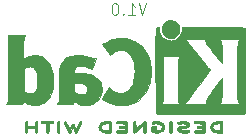
<source format=gbo>
%TF.GenerationSoftware,KiCad,Pcbnew,8.0.1*%
%TF.CreationDate,2024-07-03T00:43:56+03:00*%
%TF.ProjectId,Project 1 - LED Torch,50726f6a-6563-4742-9031-202d204c4544,0.1*%
%TF.SameCoordinates,Original*%
%TF.FileFunction,Legend,Bot*%
%TF.FilePolarity,Positive*%
%FSLAX46Y46*%
G04 Gerber Fmt 4.6, Leading zero omitted, Abs format (unit mm)*
G04 Created by KiCad (PCBNEW 8.0.1) date 2024-07-03 00:43:56*
%MOMM*%
%LPD*%
G01*
G04 APERTURE LIST*
%ADD10C,0.100000*%
%ADD11C,0.010000*%
G04 APERTURE END LIST*
D10*
X155338972Y-98697419D02*
X155005639Y-99697419D01*
X155005639Y-99697419D02*
X154672306Y-98697419D01*
X153815163Y-99697419D02*
X154386591Y-99697419D01*
X154100877Y-99697419D02*
X154100877Y-98697419D01*
X154100877Y-98697419D02*
X154196115Y-98840276D01*
X154196115Y-98840276D02*
X154291353Y-98935514D01*
X154291353Y-98935514D02*
X154386591Y-98983133D01*
X153386591Y-99602180D02*
X153338972Y-99649800D01*
X153338972Y-99649800D02*
X153386591Y-99697419D01*
X153386591Y-99697419D02*
X153434210Y-99649800D01*
X153434210Y-99649800D02*
X153386591Y-99602180D01*
X153386591Y-99602180D02*
X153386591Y-99697419D01*
X152719925Y-98697419D02*
X152624687Y-98697419D01*
X152624687Y-98697419D02*
X152529449Y-98745038D01*
X152529449Y-98745038D02*
X152481830Y-98792657D01*
X152481830Y-98792657D02*
X152434211Y-98887895D01*
X152434211Y-98887895D02*
X152386592Y-99078371D01*
X152386592Y-99078371D02*
X152386592Y-99316466D01*
X152386592Y-99316466D02*
X152434211Y-99506942D01*
X152434211Y-99506942D02*
X152481830Y-99602180D01*
X152481830Y-99602180D02*
X152529449Y-99649800D01*
X152529449Y-99649800D02*
X152624687Y-99697419D01*
X152624687Y-99697419D02*
X152719925Y-99697419D01*
X152719925Y-99697419D02*
X152815163Y-99649800D01*
X152815163Y-99649800D02*
X152862782Y-99602180D01*
X152862782Y-99602180D02*
X152910401Y-99506942D01*
X152910401Y-99506942D02*
X152958020Y-99316466D01*
X152958020Y-99316466D02*
X152958020Y-99078371D01*
X152958020Y-99078371D02*
X152910401Y-98887895D01*
X152910401Y-98887895D02*
X152862782Y-98792657D01*
X152862782Y-98792657D02*
X152815163Y-98745038D01*
X152815163Y-98745038D02*
X152719925Y-98697419D01*
D11*
%TO.C,REF\u002A\u002A*%
X147907002Y-108689242D02*
X147941247Y-108710142D01*
X147976729Y-108738873D01*
X147976729Y-109600871D01*
X147941247Y-109629602D01*
X147899495Y-109652867D01*
X147851832Y-109653980D01*
X147809976Y-109626696D01*
X147804815Y-109620486D01*
X147797538Y-109607881D01*
X147791937Y-109589666D01*
X147787794Y-109562347D01*
X147784892Y-109522433D01*
X147783014Y-109466430D01*
X147781941Y-109390847D01*
X147781457Y-109292190D01*
X147781344Y-109166966D01*
X147781344Y-108738873D01*
X147816826Y-108710142D01*
X147848396Y-108690477D01*
X147879037Y-108681410D01*
X147907002Y-108689242D01*
G36*
X147907002Y-108689242D02*
G01*
X147941247Y-108710142D01*
X147976729Y-108738873D01*
X147976729Y-109600871D01*
X147941247Y-109629602D01*
X147899495Y-109652867D01*
X147851832Y-109653980D01*
X147809976Y-109626696D01*
X147804815Y-109620486D01*
X147797538Y-109607881D01*
X147791937Y-109589666D01*
X147787794Y-109562347D01*
X147784892Y-109522433D01*
X147783014Y-109466430D01*
X147781941Y-109390847D01*
X147781457Y-109292190D01*
X147781344Y-109166966D01*
X147781344Y-108738873D01*
X147816826Y-108710142D01*
X147848396Y-108690477D01*
X147879037Y-108681410D01*
X147907002Y-108689242D01*
G37*
X157400579Y-108687264D02*
X157446051Y-108718301D01*
X157482942Y-108755192D01*
X157482942Y-109171978D01*
X157482887Y-109283852D01*
X157482543Y-109382668D01*
X157481650Y-109458226D01*
X157479949Y-109514104D01*
X157477181Y-109553882D01*
X157473088Y-109581136D01*
X157467409Y-109599447D01*
X157459888Y-109612391D01*
X157450263Y-109623548D01*
X157408374Y-109652125D01*
X157361556Y-109654476D01*
X157317617Y-109628274D01*
X157310551Y-109620461D01*
X157303296Y-109608367D01*
X157297750Y-109590605D01*
X157293683Y-109563690D01*
X157290869Y-109524138D01*
X157289077Y-109468465D01*
X157288081Y-109393185D01*
X157287650Y-109294816D01*
X157287557Y-109169872D01*
X157287610Y-109069140D01*
X157287949Y-108965414D01*
X157288807Y-108885519D01*
X157290410Y-108825971D01*
X157292988Y-108783284D01*
X157296769Y-108753975D01*
X157301982Y-108734559D01*
X157308855Y-108721552D01*
X157317617Y-108711470D01*
X157356470Y-108686145D01*
X157400579Y-108687264D01*
G36*
X157400579Y-108687264D02*
G01*
X157446051Y-108718301D01*
X157482942Y-108755192D01*
X157482942Y-109171978D01*
X157482887Y-109283852D01*
X157482543Y-109382668D01*
X157481650Y-109458226D01*
X157479949Y-109514104D01*
X157477181Y-109553882D01*
X157473088Y-109581136D01*
X157467409Y-109599447D01*
X157459888Y-109612391D01*
X157450263Y-109623548D01*
X157408374Y-109652125D01*
X157361556Y-109654476D01*
X157317617Y-109628274D01*
X157310551Y-109620461D01*
X157303296Y-109608367D01*
X157297750Y-109590605D01*
X157293683Y-109563690D01*
X157290869Y-109524138D01*
X157289077Y-109468465D01*
X157288081Y-109393185D01*
X157287650Y-109294816D01*
X157287557Y-109169872D01*
X157287610Y-109069140D01*
X157287949Y-108965414D01*
X157288807Y-108885519D01*
X157290410Y-108825971D01*
X157292988Y-108783284D01*
X157296769Y-108753975D01*
X157301982Y-108734559D01*
X157308855Y-108721552D01*
X157317617Y-108711470D01*
X157356470Y-108686145D01*
X157400579Y-108687264D01*
G37*
X157486337Y-100145839D02*
X157625779Y-100180005D01*
X157757955Y-100241325D01*
X157878699Y-100329810D01*
X157983846Y-100445470D01*
X158069230Y-100588313D01*
X158092121Y-100638633D01*
X158110666Y-100689636D01*
X158121072Y-100740624D01*
X158125633Y-100803691D01*
X158126643Y-100890929D01*
X158126032Y-100963539D01*
X158122350Y-101030270D01*
X158113322Y-101082334D01*
X158096694Y-101131686D01*
X158070212Y-101190286D01*
X158062552Y-101205902D01*
X157972006Y-101348893D01*
X157858125Y-101466543D01*
X157724141Y-101556089D01*
X157573286Y-101614772D01*
X157495881Y-101631147D01*
X157338849Y-101638810D01*
X157186753Y-101614016D01*
X157044054Y-101559306D01*
X156915212Y-101477223D01*
X156804686Y-101370309D01*
X156716936Y-101241107D01*
X156656423Y-101092158D01*
X156634283Y-100970265D01*
X156632288Y-100835751D01*
X156650295Y-100704908D01*
X156687446Y-100591572D01*
X156730372Y-100510543D01*
X156825933Y-100381987D01*
X156939221Y-100280527D01*
X157066071Y-100206172D01*
X157202318Y-100158933D01*
X157343795Y-100138818D01*
X157486337Y-100145839D01*
G36*
X157486337Y-100145839D02*
G01*
X157625779Y-100180005D01*
X157757955Y-100241325D01*
X157878699Y-100329810D01*
X157983846Y-100445470D01*
X158069230Y-100588313D01*
X158092121Y-100638633D01*
X158110666Y-100689636D01*
X158121072Y-100740624D01*
X158125633Y-100803691D01*
X158126643Y-100890929D01*
X158126032Y-100963539D01*
X158122350Y-101030270D01*
X158113322Y-101082334D01*
X158096694Y-101131686D01*
X158070212Y-101190286D01*
X158062552Y-101205902D01*
X157972006Y-101348893D01*
X157858125Y-101466543D01*
X157724141Y-101556089D01*
X157573286Y-101614772D01*
X157495881Y-101631147D01*
X157338849Y-101638810D01*
X157186753Y-101614016D01*
X157044054Y-101559306D01*
X156915212Y-101477223D01*
X156804686Y-101370309D01*
X156716936Y-101241107D01*
X156656423Y-101092158D01*
X156634283Y-100970265D01*
X156632288Y-100835751D01*
X156650295Y-100704908D01*
X156687446Y-100591572D01*
X156730372Y-100510543D01*
X156825933Y-100381987D01*
X156939221Y-100280527D01*
X157066071Y-100206172D01*
X157202318Y-100158933D01*
X157343795Y-100138818D01*
X157486337Y-100145839D01*
G37*
X146975531Y-108681412D02*
X147100843Y-108681532D01*
X147200048Y-108681984D01*
X147276478Y-108682972D01*
X147333459Y-108684697D01*
X147374323Y-108687361D01*
X147402397Y-108691169D01*
X147421012Y-108696321D01*
X147433496Y-108703020D01*
X147443179Y-108711470D01*
X147468216Y-108755029D01*
X147470142Y-108805057D01*
X147448364Y-108849310D01*
X147446553Y-108851245D01*
X147431638Y-108862376D01*
X147408868Y-108869771D01*
X147372696Y-108874157D01*
X147317573Y-108876256D01*
X147237950Y-108876795D01*
X147052409Y-108876795D01*
X147052409Y-109227963D01*
X147052309Y-109328918D01*
X147051766Y-109417674D01*
X147050458Y-109483955D01*
X147048067Y-109531773D01*
X147044271Y-109565146D01*
X147038752Y-109588086D01*
X147031188Y-109604610D01*
X147021259Y-109618733D01*
X147018210Y-109622469D01*
X146976700Y-109652614D01*
X146930929Y-109654696D01*
X146887084Y-109628274D01*
X146877793Y-109617523D01*
X146870508Y-109603412D01*
X146865156Y-109582319D01*
X146861440Y-109550398D01*
X146859064Y-109503802D01*
X146857734Y-109438685D01*
X146857153Y-109351201D01*
X146857025Y-109237505D01*
X146857025Y-108876795D01*
X146662731Y-108876795D01*
X146647953Y-108876794D01*
X146572708Y-108876494D01*
X146520992Y-108874977D01*
X146487185Y-108871250D01*
X146465668Y-108864318D01*
X146450821Y-108853186D01*
X146437024Y-108836860D01*
X146415926Y-108796003D01*
X146420056Y-108751029D01*
X146454197Y-108707712D01*
X146460775Y-108702763D01*
X146474369Y-108696325D01*
X146494906Y-108691314D01*
X146525689Y-108687557D01*
X146570020Y-108684876D01*
X146631201Y-108683096D01*
X146712535Y-108682043D01*
X146817323Y-108681539D01*
X146948867Y-108681410D01*
X146975531Y-108681412D01*
G36*
X146975531Y-108681412D02*
G01*
X147100843Y-108681532D01*
X147200048Y-108681984D01*
X147276478Y-108682972D01*
X147333459Y-108684697D01*
X147374323Y-108687361D01*
X147402397Y-108691169D01*
X147421012Y-108696321D01*
X147433496Y-108703020D01*
X147443179Y-108711470D01*
X147468216Y-108755029D01*
X147470142Y-108805057D01*
X147448364Y-108849310D01*
X147446553Y-108851245D01*
X147431638Y-108862376D01*
X147408868Y-108869771D01*
X147372696Y-108874157D01*
X147317573Y-108876256D01*
X147237950Y-108876795D01*
X147052409Y-108876795D01*
X147052409Y-109227963D01*
X147052309Y-109328918D01*
X147051766Y-109417674D01*
X147050458Y-109483955D01*
X147048067Y-109531773D01*
X147044271Y-109565146D01*
X147038752Y-109588086D01*
X147031188Y-109604610D01*
X147021259Y-109618733D01*
X147018210Y-109622469D01*
X146976700Y-109652614D01*
X146930929Y-109654696D01*
X146887084Y-109628274D01*
X146877793Y-109617523D01*
X146870508Y-109603412D01*
X146865156Y-109582319D01*
X146861440Y-109550398D01*
X146859064Y-109503802D01*
X146857734Y-109438685D01*
X146857153Y-109351201D01*
X146857025Y-109237505D01*
X146857025Y-108876795D01*
X146662731Y-108876795D01*
X146647953Y-108876794D01*
X146572708Y-108876494D01*
X146520992Y-108874977D01*
X146487185Y-108871250D01*
X146465668Y-108864318D01*
X146450821Y-108853186D01*
X146437024Y-108836860D01*
X146415926Y-108796003D01*
X146420056Y-108751029D01*
X146454197Y-108707712D01*
X146460775Y-108702763D01*
X146474369Y-108696325D01*
X146494906Y-108691314D01*
X146525689Y-108687557D01*
X146570020Y-108684876D01*
X146631201Y-108683096D01*
X146712535Y-108682043D01*
X146817323Y-108681539D01*
X146948867Y-108681410D01*
X146975531Y-108681412D01*
G37*
X146075486Y-108711470D02*
X146082985Y-108719711D01*
X146089762Y-108730636D01*
X146095202Y-108746315D01*
X146099434Y-108769559D01*
X146102584Y-108803181D01*
X146104782Y-108849992D01*
X146106155Y-108912803D01*
X146106832Y-108994427D01*
X146106940Y-109097674D01*
X146106608Y-109225357D01*
X146105964Y-109380286D01*
X146105872Y-109399158D01*
X146105092Y-109481386D01*
X146103331Y-109539544D01*
X146099942Y-109578660D01*
X146094277Y-109603761D01*
X146085688Y-109619876D01*
X146073527Y-109632032D01*
X146028983Y-109655220D01*
X145982454Y-109651357D01*
X145941311Y-109618733D01*
X145929316Y-109601155D01*
X145919396Y-109576477D01*
X145913581Y-109541824D01*
X145910845Y-109490505D01*
X145910161Y-109415833D01*
X145910161Y-109252535D01*
X145248859Y-109252535D01*
X145248859Y-109432038D01*
X145248762Y-109479688D01*
X145247747Y-109541370D01*
X145244849Y-109582022D01*
X145239128Y-109607358D01*
X145229644Y-109623092D01*
X145215456Y-109634937D01*
X145172518Y-109655000D01*
X145125539Y-109651449D01*
X145084625Y-109618733D01*
X145078426Y-109610405D01*
X145070524Y-109596394D01*
X145064491Y-109577848D01*
X145060077Y-109551123D01*
X145057029Y-109512570D01*
X145055097Y-109458544D01*
X145054028Y-109385398D01*
X145053571Y-109289486D01*
X145053475Y-109167162D01*
X145053475Y-108755192D01*
X145090365Y-108718301D01*
X145132141Y-108688688D01*
X145176381Y-108685107D01*
X145218800Y-108711470D01*
X145229831Y-108724478D01*
X145239699Y-108745636D01*
X145245474Y-108777545D01*
X145248184Y-108826636D01*
X145248859Y-108899339D01*
X145248859Y-109057150D01*
X145910161Y-109057150D01*
X145910161Y-108903360D01*
X145910744Y-108834533D01*
X145913359Y-108788568D01*
X145919371Y-108758511D01*
X145930147Y-108737407D01*
X145947052Y-108718301D01*
X145988828Y-108688688D01*
X146033067Y-108685107D01*
X146075486Y-108711470D01*
G36*
X146075486Y-108711470D02*
G01*
X146082985Y-108719711D01*
X146089762Y-108730636D01*
X146095202Y-108746315D01*
X146099434Y-108769559D01*
X146102584Y-108803181D01*
X146104782Y-108849992D01*
X146106155Y-108912803D01*
X146106832Y-108994427D01*
X146106940Y-109097674D01*
X146106608Y-109225357D01*
X146105964Y-109380286D01*
X146105872Y-109399158D01*
X146105092Y-109481386D01*
X146103331Y-109539544D01*
X146099942Y-109578660D01*
X146094277Y-109603761D01*
X146085688Y-109619876D01*
X146073527Y-109632032D01*
X146028983Y-109655220D01*
X145982454Y-109651357D01*
X145941311Y-109618733D01*
X145929316Y-109601155D01*
X145919396Y-109576477D01*
X145913581Y-109541824D01*
X145910845Y-109490505D01*
X145910161Y-109415833D01*
X145910161Y-109252535D01*
X145248859Y-109252535D01*
X145248859Y-109432038D01*
X145248762Y-109479688D01*
X145247747Y-109541370D01*
X145244849Y-109582022D01*
X145239128Y-109607358D01*
X145229644Y-109623092D01*
X145215456Y-109634937D01*
X145172518Y-109655000D01*
X145125539Y-109651449D01*
X145084625Y-109618733D01*
X145078426Y-109610405D01*
X145070524Y-109596394D01*
X145064491Y-109577848D01*
X145060077Y-109551123D01*
X145057029Y-109512570D01*
X145055097Y-109458544D01*
X145054028Y-109385398D01*
X145053571Y-109289486D01*
X145053475Y-109167162D01*
X145053475Y-108755192D01*
X145090365Y-108718301D01*
X145132141Y-108688688D01*
X145176381Y-108685107D01*
X145218800Y-108711470D01*
X145229831Y-108724478D01*
X145239699Y-108745636D01*
X145245474Y-108777545D01*
X145248184Y-108826636D01*
X145248859Y-108899339D01*
X145248859Y-109057150D01*
X145910161Y-109057150D01*
X145910161Y-108903360D01*
X145910744Y-108834533D01*
X145913359Y-108788568D01*
X145919371Y-108758511D01*
X145930147Y-108737407D01*
X145947052Y-108718301D01*
X145988828Y-108688688D01*
X146033067Y-108685107D01*
X146075486Y-108711470D01*
G37*
X152340071Y-109495311D02*
X152337449Y-109538950D01*
X152333550Y-109569466D01*
X152328122Y-109590504D01*
X152320914Y-109605711D01*
X152311674Y-109618733D01*
X152280524Y-109658334D01*
X152059928Y-109657543D01*
X152013602Y-109657146D01*
X151882485Y-109652579D01*
X151774696Y-109642351D01*
X151685369Y-109625632D01*
X151609637Y-109601595D01*
X151542634Y-109569409D01*
X151538162Y-109566857D01*
X151461194Y-109517972D01*
X151404805Y-109468757D01*
X151361115Y-109410862D01*
X151322239Y-109335937D01*
X151316539Y-109323135D01*
X151286480Y-109239012D01*
X151278845Y-109178362D01*
X151477544Y-109178362D01*
X151485017Y-109211284D01*
X151492640Y-109232424D01*
X151536482Y-109312183D01*
X151599506Y-109373097D01*
X151684401Y-109417212D01*
X151793851Y-109446575D01*
X151797570Y-109447243D01*
X151859193Y-109455181D01*
X151934277Y-109460810D01*
X152007418Y-109462949D01*
X152132409Y-109462949D01*
X152132409Y-108876795D01*
X152015930Y-108877392D01*
X151926836Y-108880688D01*
X151803821Y-108895668D01*
X151698224Y-108921682D01*
X151615713Y-108957594D01*
X151574521Y-108985191D01*
X151537083Y-109024820D01*
X151506010Y-109081307D01*
X151496521Y-109102564D01*
X151480779Y-109145836D01*
X151477544Y-109178362D01*
X151278845Y-109178362D01*
X151277199Y-109165284D01*
X151288651Y-109092024D01*
X151320792Y-109009304D01*
X151321851Y-109007050D01*
X151375707Y-108914624D01*
X151443186Y-108839271D01*
X151526697Y-108779935D01*
X151628647Y-108735563D01*
X151751445Y-108705101D01*
X151897499Y-108687493D01*
X152069217Y-108681687D01*
X152073972Y-108681681D01*
X152153881Y-108681867D01*
X152209706Y-108683247D01*
X152247135Y-108686701D01*
X152271857Y-108693108D01*
X152289560Y-108703348D01*
X152305933Y-108718301D01*
X152342824Y-108755192D01*
X152342824Y-109167162D01*
X152342790Y-109249181D01*
X152342490Y-109354072D01*
X152341668Y-109434900D01*
X152340926Y-109462949D01*
X152340071Y-109495311D01*
G36*
X152340071Y-109495311D02*
G01*
X152337449Y-109538950D01*
X152333550Y-109569466D01*
X152328122Y-109590504D01*
X152320914Y-109605711D01*
X152311674Y-109618733D01*
X152280524Y-109658334D01*
X152059928Y-109657543D01*
X152013602Y-109657146D01*
X151882485Y-109652579D01*
X151774696Y-109642351D01*
X151685369Y-109625632D01*
X151609637Y-109601595D01*
X151542634Y-109569409D01*
X151538162Y-109566857D01*
X151461194Y-109517972D01*
X151404805Y-109468757D01*
X151361115Y-109410862D01*
X151322239Y-109335937D01*
X151316539Y-109323135D01*
X151286480Y-109239012D01*
X151278845Y-109178362D01*
X151477544Y-109178362D01*
X151485017Y-109211284D01*
X151492640Y-109232424D01*
X151536482Y-109312183D01*
X151599506Y-109373097D01*
X151684401Y-109417212D01*
X151793851Y-109446575D01*
X151797570Y-109447243D01*
X151859193Y-109455181D01*
X151934277Y-109460810D01*
X152007418Y-109462949D01*
X152132409Y-109462949D01*
X152132409Y-108876795D01*
X152015930Y-108877392D01*
X151926836Y-108880688D01*
X151803821Y-108895668D01*
X151698224Y-108921682D01*
X151615713Y-108957594D01*
X151574521Y-108985191D01*
X151537083Y-109024820D01*
X151506010Y-109081307D01*
X151496521Y-109102564D01*
X151480779Y-109145836D01*
X151477544Y-109178362D01*
X151278845Y-109178362D01*
X151277199Y-109165284D01*
X151288651Y-109092024D01*
X151320792Y-109009304D01*
X151321851Y-109007050D01*
X151375707Y-108914624D01*
X151443186Y-108839271D01*
X151526697Y-108779935D01*
X151628647Y-108735563D01*
X151751445Y-108705101D01*
X151897499Y-108687493D01*
X152069217Y-108681687D01*
X152073972Y-108681681D01*
X152153881Y-108681867D01*
X152209706Y-108683247D01*
X152247135Y-108686701D01*
X152271857Y-108693108D01*
X152289560Y-108703348D01*
X152305933Y-108718301D01*
X152342824Y-108755192D01*
X152342824Y-109167162D01*
X152342790Y-109249181D01*
X152342490Y-109354072D01*
X152341668Y-109434900D01*
X152340926Y-109462949D01*
X152340071Y-109495311D01*
G37*
X161781662Y-108928192D02*
X161781734Y-109035519D01*
X161781403Y-109169872D01*
X161781351Y-109270605D01*
X161781011Y-109374330D01*
X161780154Y-109454225D01*
X161778551Y-109513773D01*
X161775973Y-109556460D01*
X161772192Y-109585769D01*
X161766979Y-109605185D01*
X161760106Y-109618192D01*
X161751344Y-109628274D01*
X161742068Y-109636574D01*
X161724763Y-109646293D01*
X161699270Y-109652622D01*
X161660123Y-109656266D01*
X161601855Y-109657935D01*
X161519000Y-109658334D01*
X161453834Y-109657834D01*
X161311566Y-109651938D01*
X161192771Y-109638508D01*
X161093188Y-109616423D01*
X161008552Y-109584563D01*
X160934600Y-109541808D01*
X160867067Y-109487038D01*
X160859095Y-109479246D01*
X160810011Y-109414663D01*
X160768607Y-109333705D01*
X160740005Y-109248174D01*
X160732974Y-109196593D01*
X160928974Y-109196593D01*
X160953314Y-109264406D01*
X160992816Y-109325538D01*
X161054986Y-109382000D01*
X161136717Y-109421678D01*
X161242090Y-109447155D01*
X161244074Y-109447472D01*
X161309272Y-109455183D01*
X161387415Y-109460696D01*
X161462025Y-109462835D01*
X161586019Y-109462949D01*
X161586019Y-108876795D01*
X161484569Y-108876776D01*
X161480538Y-108876788D01*
X161412479Y-108879404D01*
X161332461Y-108885694D01*
X161256961Y-108894386D01*
X161190449Y-108906763D01*
X161090927Y-108941735D01*
X161014362Y-108994056D01*
X160959109Y-109064665D01*
X160930861Y-109132919D01*
X160928974Y-109196593D01*
X160732974Y-109196593D01*
X160729332Y-109169872D01*
X160731035Y-109141625D01*
X160747427Y-109065184D01*
X160777421Y-108985421D01*
X160816337Y-108913462D01*
X160859495Y-108860433D01*
X160885512Y-108837769D01*
X160958353Y-108785597D01*
X161038638Y-108745483D01*
X161130763Y-108716246D01*
X161239125Y-108696699D01*
X161368119Y-108685660D01*
X161522143Y-108681944D01*
X161574708Y-108681409D01*
X161635566Y-108680859D01*
X161683229Y-108683261D01*
X161719297Y-108691625D01*
X161745368Y-108708960D01*
X161763041Y-108738275D01*
X161773915Y-108782579D01*
X161779590Y-108844881D01*
X161780384Y-108876795D01*
X161781662Y-108928192D01*
G36*
X161781662Y-108928192D02*
G01*
X161781734Y-109035519D01*
X161781403Y-109169872D01*
X161781351Y-109270605D01*
X161781011Y-109374330D01*
X161780154Y-109454225D01*
X161778551Y-109513773D01*
X161775973Y-109556460D01*
X161772192Y-109585769D01*
X161766979Y-109605185D01*
X161760106Y-109618192D01*
X161751344Y-109628274D01*
X161742068Y-109636574D01*
X161724763Y-109646293D01*
X161699270Y-109652622D01*
X161660123Y-109656266D01*
X161601855Y-109657935D01*
X161519000Y-109658334D01*
X161453834Y-109657834D01*
X161311566Y-109651938D01*
X161192771Y-109638508D01*
X161093188Y-109616423D01*
X161008552Y-109584563D01*
X160934600Y-109541808D01*
X160867067Y-109487038D01*
X160859095Y-109479246D01*
X160810011Y-109414663D01*
X160768607Y-109333705D01*
X160740005Y-109248174D01*
X160732974Y-109196593D01*
X160928974Y-109196593D01*
X160953314Y-109264406D01*
X160992816Y-109325538D01*
X161054986Y-109382000D01*
X161136717Y-109421678D01*
X161242090Y-109447155D01*
X161244074Y-109447472D01*
X161309272Y-109455183D01*
X161387415Y-109460696D01*
X161462025Y-109462835D01*
X161586019Y-109462949D01*
X161586019Y-108876795D01*
X161484569Y-108876776D01*
X161480538Y-108876788D01*
X161412479Y-108879404D01*
X161332461Y-108885694D01*
X161256961Y-108894386D01*
X161190449Y-108906763D01*
X161090927Y-108941735D01*
X161014362Y-108994056D01*
X160959109Y-109064665D01*
X160930861Y-109132919D01*
X160928974Y-109196593D01*
X160732974Y-109196593D01*
X160729332Y-109169872D01*
X160731035Y-109141625D01*
X160747427Y-109065184D01*
X160777421Y-108985421D01*
X160816337Y-108913462D01*
X160859495Y-108860433D01*
X160885512Y-108837769D01*
X160958353Y-108785597D01*
X161038638Y-108745483D01*
X161130763Y-108716246D01*
X161239125Y-108696699D01*
X161368119Y-108685660D01*
X161522143Y-108681944D01*
X161574708Y-108681409D01*
X161635566Y-108680859D01*
X161683229Y-108683261D01*
X161719297Y-108691625D01*
X161745368Y-108708960D01*
X161763041Y-108738275D01*
X161773915Y-108782579D01*
X161779590Y-108844881D01*
X161780384Y-108876795D01*
X161781662Y-108928192D01*
G37*
X155198184Y-108679846D02*
X155213372Y-108688017D01*
X155227416Y-108702212D01*
X155242443Y-108721011D01*
X155248371Y-108728948D01*
X155256357Y-108742920D01*
X155262454Y-108761327D01*
X155266916Y-108787827D01*
X155269997Y-108826083D01*
X155271951Y-108879755D01*
X155273033Y-108952503D01*
X155273495Y-109047988D01*
X155273593Y-109169872D01*
X155273562Y-109247797D01*
X155273272Y-109353091D01*
X155272461Y-109434227D01*
X155270875Y-109494866D01*
X155268262Y-109538669D01*
X155264366Y-109569296D01*
X155258933Y-109590409D01*
X155251710Y-109605667D01*
X155242443Y-109618733D01*
X155201931Y-109651209D01*
X155155410Y-109655042D01*
X155106175Y-109629626D01*
X155100605Y-109625000D01*
X155089720Y-109613646D01*
X155081651Y-109598268D01*
X155075816Y-109574526D01*
X155071633Y-109538084D01*
X155068521Y-109484604D01*
X155065897Y-109409747D01*
X155063179Y-109309177D01*
X155055664Y-109017435D01*
X154702469Y-109337814D01*
X154604169Y-109426718D01*
X154517391Y-109504091D01*
X154447902Y-109563946D01*
X154393217Y-109607777D01*
X154350854Y-109637077D01*
X154318332Y-109653340D01*
X154293166Y-109658060D01*
X154272875Y-109652731D01*
X154254976Y-109638846D01*
X154236987Y-109617899D01*
X154228672Y-109606605D01*
X154221174Y-109592523D01*
X154215568Y-109573673D01*
X154211638Y-109546443D01*
X154209168Y-109507221D01*
X154207944Y-109452394D01*
X154207751Y-109378348D01*
X154208373Y-109281471D01*
X154209594Y-109158150D01*
X154214007Y-108738835D01*
X154249489Y-108710123D01*
X154284191Y-108688566D01*
X154327937Y-108684877D01*
X154373910Y-108710110D01*
X154379651Y-108714882D01*
X154390478Y-108726238D01*
X154398505Y-108741671D01*
X154404310Y-108765510D01*
X154408474Y-108802084D01*
X154411576Y-108855722D01*
X154414193Y-108930754D01*
X154416906Y-109031508D01*
X154424421Y-109324207D01*
X154664895Y-109106138D01*
X154780374Y-109001448D01*
X154881253Y-108910392D01*
X154963979Y-108836702D01*
X155030678Y-108778960D01*
X155083476Y-108735749D01*
X155124499Y-108705649D01*
X155155874Y-108687244D01*
X155179727Y-108679116D01*
X155198184Y-108679846D01*
G36*
X155198184Y-108679846D02*
G01*
X155213372Y-108688017D01*
X155227416Y-108702212D01*
X155242443Y-108721011D01*
X155248371Y-108728948D01*
X155256357Y-108742920D01*
X155262454Y-108761327D01*
X155266916Y-108787827D01*
X155269997Y-108826083D01*
X155271951Y-108879755D01*
X155273033Y-108952503D01*
X155273495Y-109047988D01*
X155273593Y-109169872D01*
X155273562Y-109247797D01*
X155273272Y-109353091D01*
X155272461Y-109434227D01*
X155270875Y-109494866D01*
X155268262Y-109538669D01*
X155264366Y-109569296D01*
X155258933Y-109590409D01*
X155251710Y-109605667D01*
X155242443Y-109618733D01*
X155201931Y-109651209D01*
X155155410Y-109655042D01*
X155106175Y-109629626D01*
X155100605Y-109625000D01*
X155089720Y-109613646D01*
X155081651Y-109598268D01*
X155075816Y-109574526D01*
X155071633Y-109538084D01*
X155068521Y-109484604D01*
X155065897Y-109409747D01*
X155063179Y-109309177D01*
X155055664Y-109017435D01*
X154702469Y-109337814D01*
X154604169Y-109426718D01*
X154517391Y-109504091D01*
X154447902Y-109563946D01*
X154393217Y-109607777D01*
X154350854Y-109637077D01*
X154318332Y-109653340D01*
X154293166Y-109658060D01*
X154272875Y-109652731D01*
X154254976Y-109638846D01*
X154236987Y-109617899D01*
X154228672Y-109606605D01*
X154221174Y-109592523D01*
X154215568Y-109573673D01*
X154211638Y-109546443D01*
X154209168Y-109507221D01*
X154207944Y-109452394D01*
X154207751Y-109378348D01*
X154208373Y-109281471D01*
X154209594Y-109158150D01*
X154214007Y-108738835D01*
X154249489Y-108710123D01*
X154284191Y-108688566D01*
X154327937Y-108684877D01*
X154373910Y-108710110D01*
X154379651Y-108714882D01*
X154390478Y-108726238D01*
X154398505Y-108741671D01*
X154404310Y-108765510D01*
X154408474Y-108802084D01*
X154411576Y-108855722D01*
X154414193Y-108930754D01*
X154416906Y-109031508D01*
X154424421Y-109324207D01*
X154664895Y-109106138D01*
X154780374Y-109001448D01*
X154881253Y-108910392D01*
X154963979Y-108836702D01*
X155030678Y-108778960D01*
X155083476Y-108735749D01*
X155124499Y-108705649D01*
X155155874Y-108687244D01*
X155179727Y-108679116D01*
X155198184Y-108679846D01*
G37*
X156259621Y-108688217D02*
X156400754Y-108709938D01*
X156525652Y-108747285D01*
X156630557Y-108799083D01*
X156711709Y-108864162D01*
X156746418Y-108907913D01*
X156785703Y-108973414D01*
X156819349Y-109045119D01*
X156842847Y-109113241D01*
X156851688Y-109167993D01*
X156849611Y-109194241D01*
X156832381Y-109262583D01*
X156801543Y-109337840D01*
X156761746Y-109409622D01*
X156717640Y-109467542D01*
X156704065Y-109481319D01*
X156614750Y-109550250D01*
X156508074Y-109603362D01*
X156393297Y-109635849D01*
X156320120Y-109646649D01*
X156195700Y-109655442D01*
X156076170Y-109652663D01*
X155966346Y-109639023D01*
X155871044Y-109615232D01*
X155795079Y-109581998D01*
X155743267Y-109540033D01*
X155741436Y-109537403D01*
X155732000Y-109503818D01*
X155726356Y-109440910D01*
X155724480Y-109348428D01*
X155725625Y-109265574D01*
X155731909Y-109202491D01*
X155747472Y-109159750D01*
X155776455Y-109133719D01*
X155822998Y-109120764D01*
X155891241Y-109117253D01*
X155985324Y-109119554D01*
X156050055Y-109123564D01*
X156116884Y-109134471D01*
X156160145Y-109153181D01*
X156183389Y-109181453D01*
X156190167Y-109221048D01*
X156190026Y-109227094D01*
X156178440Y-109273417D01*
X156146475Y-109304594D01*
X156091536Y-109322168D01*
X156011031Y-109327683D01*
X155919865Y-109327683D01*
X155919865Y-109378743D01*
X155919932Y-109390906D01*
X155922888Y-109413873D01*
X155935226Y-109427578D01*
X155963692Y-109436814D01*
X156015031Y-109446376D01*
X156022319Y-109447620D01*
X156151395Y-109460805D01*
X156271206Y-109456918D01*
X156378924Y-109437307D01*
X156471718Y-109403317D01*
X156546760Y-109356293D01*
X156601220Y-109297581D01*
X156632270Y-109228527D01*
X156637079Y-109150478D01*
X156629732Y-109112008D01*
X156594207Y-109037599D01*
X156532713Y-108976810D01*
X156446199Y-108930431D01*
X156335614Y-108899252D01*
X156302763Y-108893329D01*
X156183834Y-108879351D01*
X156077582Y-108880987D01*
X155973613Y-108898209D01*
X155926824Y-108907248D01*
X155866330Y-108908603D01*
X155824639Y-108891919D01*
X155797807Y-108856256D01*
X155789308Y-108818649D01*
X155801938Y-108777078D01*
X155814358Y-108759204D01*
X155859936Y-108727875D01*
X155929995Y-108704082D01*
X156021216Y-108688776D01*
X156130279Y-108682909D01*
X156259621Y-108688217D01*
G36*
X156259621Y-108688217D02*
G01*
X156400754Y-108709938D01*
X156525652Y-108747285D01*
X156630557Y-108799083D01*
X156711709Y-108864162D01*
X156746418Y-108907913D01*
X156785703Y-108973414D01*
X156819349Y-109045119D01*
X156842847Y-109113241D01*
X156851688Y-109167993D01*
X156849611Y-109194241D01*
X156832381Y-109262583D01*
X156801543Y-109337840D01*
X156761746Y-109409622D01*
X156717640Y-109467542D01*
X156704065Y-109481319D01*
X156614750Y-109550250D01*
X156508074Y-109603362D01*
X156393297Y-109635849D01*
X156320120Y-109646649D01*
X156195700Y-109655442D01*
X156076170Y-109652663D01*
X155966346Y-109639023D01*
X155871044Y-109615232D01*
X155795079Y-109581998D01*
X155743267Y-109540033D01*
X155741436Y-109537403D01*
X155732000Y-109503818D01*
X155726356Y-109440910D01*
X155724480Y-109348428D01*
X155725625Y-109265574D01*
X155731909Y-109202491D01*
X155747472Y-109159750D01*
X155776455Y-109133719D01*
X155822998Y-109120764D01*
X155891241Y-109117253D01*
X155985324Y-109119554D01*
X156050055Y-109123564D01*
X156116884Y-109134471D01*
X156160145Y-109153181D01*
X156183389Y-109181453D01*
X156190167Y-109221048D01*
X156190026Y-109227094D01*
X156178440Y-109273417D01*
X156146475Y-109304594D01*
X156091536Y-109322168D01*
X156011031Y-109327683D01*
X155919865Y-109327683D01*
X155919865Y-109378743D01*
X155919932Y-109390906D01*
X155922888Y-109413873D01*
X155935226Y-109427578D01*
X155963692Y-109436814D01*
X156015031Y-109446376D01*
X156022319Y-109447620D01*
X156151395Y-109460805D01*
X156271206Y-109456918D01*
X156378924Y-109437307D01*
X156471718Y-109403317D01*
X156546760Y-109356293D01*
X156601220Y-109297581D01*
X156632270Y-109228527D01*
X156637079Y-109150478D01*
X156629732Y-109112008D01*
X156594207Y-109037599D01*
X156532713Y-108976810D01*
X156446199Y-108930431D01*
X156335614Y-108899252D01*
X156302763Y-108893329D01*
X156183834Y-108879351D01*
X156077582Y-108880987D01*
X155973613Y-108898209D01*
X155926824Y-108907248D01*
X155866330Y-108908603D01*
X155824639Y-108891919D01*
X155797807Y-108856256D01*
X155789308Y-108818649D01*
X155801938Y-108777078D01*
X155814358Y-108759204D01*
X155859936Y-108727875D01*
X155929995Y-108704082D01*
X156021216Y-108688776D01*
X156130279Y-108682909D01*
X156259621Y-108688217D01*
G37*
X153664336Y-108721011D02*
X153670925Y-108729910D01*
X153678706Y-108743984D01*
X153684645Y-108762739D01*
X153688991Y-108789799D01*
X153691990Y-108828790D01*
X153693892Y-108883339D01*
X153694943Y-108957069D01*
X153695392Y-109053608D01*
X153695486Y-109176580D01*
X153695448Y-109264339D01*
X153695139Y-109368607D01*
X153694313Y-109448845D01*
X153692725Y-109508621D01*
X153690132Y-109551502D01*
X153686291Y-109581056D01*
X153680958Y-109600852D01*
X153673890Y-109614457D01*
X153664842Y-109625440D01*
X153658831Y-109631641D01*
X153647874Y-109640277D01*
X153632750Y-109646816D01*
X153609760Y-109651550D01*
X153575204Y-109654769D01*
X153525386Y-109656766D01*
X153456604Y-109657831D01*
X153365161Y-109658256D01*
X153247357Y-109658334D01*
X153221163Y-109658325D01*
X153105302Y-109657970D01*
X153015232Y-109656951D01*
X152947393Y-109655068D01*
X152898224Y-109652123D01*
X152864162Y-109647919D01*
X152841646Y-109642256D01*
X152827115Y-109634937D01*
X152813145Y-109621642D01*
X152795490Y-109580214D01*
X152797064Y-109532434D01*
X152818585Y-109490434D01*
X152821500Y-109487404D01*
X152833066Y-109479059D01*
X152850829Y-109472847D01*
X152878765Y-109468458D01*
X152920851Y-109465584D01*
X152981065Y-109463914D01*
X153063382Y-109463139D01*
X153171780Y-109462949D01*
X153500102Y-109462949D01*
X153500102Y-109252535D01*
X153283838Y-109252535D01*
X153236350Y-109252428D01*
X153162100Y-109251366D01*
X153109993Y-109248697D01*
X153074774Y-109243849D01*
X153051185Y-109236249D01*
X153033971Y-109225325D01*
X153029121Y-109221086D01*
X153004614Y-109179847D01*
X153003770Y-109131471D01*
X153027120Y-109086711D01*
X153027203Y-109086620D01*
X153040078Y-109075135D01*
X153057777Y-109067073D01*
X153085346Y-109061839D01*
X153127831Y-109058837D01*
X153190279Y-109057473D01*
X153277737Y-109057150D01*
X153501602Y-109057150D01*
X153497094Y-108970730D01*
X153492587Y-108884310D01*
X153170295Y-108880245D01*
X153136989Y-108879809D01*
X153028324Y-108877839D01*
X152945354Y-108874665D01*
X152884626Y-108869345D01*
X152842685Y-108860940D01*
X152816078Y-108848506D01*
X152801349Y-108831103D01*
X152795045Y-108807790D01*
X152793711Y-108777626D01*
X152793719Y-108774476D01*
X152795255Y-108747808D01*
X152801643Y-108726782D01*
X152816032Y-108710731D01*
X152841573Y-108698984D01*
X152881419Y-108690874D01*
X152938718Y-108685730D01*
X153016623Y-108682884D01*
X153118284Y-108681667D01*
X153246852Y-108681410D01*
X153633186Y-108681410D01*
X153664336Y-108721011D01*
G36*
X153664336Y-108721011D02*
G01*
X153670925Y-108729910D01*
X153678706Y-108743984D01*
X153684645Y-108762739D01*
X153688991Y-108789799D01*
X153691990Y-108828790D01*
X153693892Y-108883339D01*
X153694943Y-108957069D01*
X153695392Y-109053608D01*
X153695486Y-109176580D01*
X153695448Y-109264339D01*
X153695139Y-109368607D01*
X153694313Y-109448845D01*
X153692725Y-109508621D01*
X153690132Y-109551502D01*
X153686291Y-109581056D01*
X153680958Y-109600852D01*
X153673890Y-109614457D01*
X153664842Y-109625440D01*
X153658831Y-109631641D01*
X153647874Y-109640277D01*
X153632750Y-109646816D01*
X153609760Y-109651550D01*
X153575204Y-109654769D01*
X153525386Y-109656766D01*
X153456604Y-109657831D01*
X153365161Y-109658256D01*
X153247357Y-109658334D01*
X153221163Y-109658325D01*
X153105302Y-109657970D01*
X153015232Y-109656951D01*
X152947393Y-109655068D01*
X152898224Y-109652123D01*
X152864162Y-109647919D01*
X152841646Y-109642256D01*
X152827115Y-109634937D01*
X152813145Y-109621642D01*
X152795490Y-109580214D01*
X152797064Y-109532434D01*
X152818585Y-109490434D01*
X152821500Y-109487404D01*
X152833066Y-109479059D01*
X152850829Y-109472847D01*
X152878765Y-109468458D01*
X152920851Y-109465584D01*
X152981065Y-109463914D01*
X153063382Y-109463139D01*
X153171780Y-109462949D01*
X153500102Y-109462949D01*
X153500102Y-109252535D01*
X153283838Y-109252535D01*
X153236350Y-109252428D01*
X153162100Y-109251366D01*
X153109993Y-109248697D01*
X153074774Y-109243849D01*
X153051185Y-109236249D01*
X153033971Y-109225325D01*
X153029121Y-109221086D01*
X153004614Y-109179847D01*
X153003770Y-109131471D01*
X153027120Y-109086711D01*
X153027203Y-109086620D01*
X153040078Y-109075135D01*
X153057777Y-109067073D01*
X153085346Y-109061839D01*
X153127831Y-109058837D01*
X153190279Y-109057473D01*
X153277737Y-109057150D01*
X153501602Y-109057150D01*
X153497094Y-108970730D01*
X153492587Y-108884310D01*
X153170295Y-108880245D01*
X153136989Y-108879809D01*
X153028324Y-108877839D01*
X152945354Y-108874665D01*
X152884626Y-108869345D01*
X152842685Y-108860940D01*
X152816078Y-108848506D01*
X152801349Y-108831103D01*
X152795045Y-108807790D01*
X152793711Y-108777626D01*
X152793719Y-108774476D01*
X152795255Y-108747808D01*
X152801643Y-108726782D01*
X152816032Y-108710731D01*
X152841573Y-108698984D01*
X152881419Y-108690874D01*
X152938718Y-108685730D01*
X153016623Y-108682884D01*
X153118284Y-108681667D01*
X153246852Y-108681410D01*
X153633186Y-108681410D01*
X153664336Y-108721011D01*
G37*
X159891020Y-108681432D02*
X159993663Y-108681688D01*
X160072142Y-108682466D01*
X160130172Y-108684052D01*
X160171469Y-108686732D01*
X160199750Y-108690790D01*
X160218732Y-108696512D01*
X160232129Y-108704183D01*
X160243660Y-108714090D01*
X160246036Y-108716327D01*
X160255680Y-108726364D01*
X160263191Y-108738370D01*
X160268837Y-108755857D01*
X160272883Y-108782334D01*
X160275596Y-108821315D01*
X160277242Y-108876310D01*
X160278088Y-108950830D01*
X160278400Y-109048387D01*
X160278445Y-109172492D01*
X160278396Y-109269401D01*
X160278065Y-109373481D01*
X160277218Y-109453648D01*
X160275624Y-109513398D01*
X160273053Y-109556228D01*
X160269275Y-109585634D01*
X160264058Y-109605112D01*
X160257171Y-109618160D01*
X160248386Y-109628274D01*
X160243947Y-109632504D01*
X160232601Y-109640640D01*
X160216622Y-109646863D01*
X160192377Y-109651430D01*
X160156235Y-109654595D01*
X160104563Y-109656613D01*
X160033728Y-109657739D01*
X159940098Y-109658227D01*
X159820043Y-109658334D01*
X159763981Y-109658318D01*
X159655945Y-109658075D01*
X159572745Y-109657339D01*
X159510749Y-109655854D01*
X159466325Y-109653365D01*
X159435840Y-109649618D01*
X159415662Y-109644357D01*
X159402159Y-109637327D01*
X159391699Y-109628274D01*
X159372093Y-109599518D01*
X159361640Y-109560641D01*
X159368961Y-109528813D01*
X159391699Y-109493008D01*
X159398328Y-109486873D01*
X159411342Y-109478503D01*
X159430135Y-109472345D01*
X159458753Y-109468063D01*
X159501243Y-109465320D01*
X159561651Y-109463778D01*
X159644024Y-109463100D01*
X159752409Y-109462949D01*
X160083060Y-109462949D01*
X160083060Y-109252535D01*
X159868475Y-109252535D01*
X159820789Y-109252341D01*
X159733420Y-109250048D01*
X159670525Y-109244143D01*
X159628274Y-109233353D01*
X159602837Y-109216404D01*
X159590384Y-109192021D01*
X159587084Y-109158931D01*
X159588146Y-109131963D01*
X159595138Y-109102905D01*
X159612171Y-109082467D01*
X159643245Y-109069159D01*
X159692357Y-109061496D01*
X159763508Y-109057989D01*
X159860696Y-109057150D01*
X160084560Y-109057150D01*
X160075546Y-108884310D01*
X159745745Y-108880251D01*
X159662414Y-108879081D01*
X159571268Y-108877158D01*
X159503496Y-108874588D01*
X159455230Y-108871059D01*
X159422602Y-108866261D01*
X159401746Y-108859885D01*
X159388793Y-108851620D01*
X159380784Y-108843095D01*
X159363465Y-108800916D01*
X159368205Y-108753404D01*
X159394533Y-108712055D01*
X159398863Y-108708163D01*
X159410818Y-108699707D01*
X159426932Y-108693247D01*
X159450905Y-108688515D01*
X159486437Y-108685244D01*
X159537227Y-108683165D01*
X159606976Y-108682012D01*
X159699384Y-108681516D01*
X159818150Y-108681410D01*
X159891020Y-108681432D01*
G36*
X159891020Y-108681432D02*
G01*
X159993663Y-108681688D01*
X160072142Y-108682466D01*
X160130172Y-108684052D01*
X160171469Y-108686732D01*
X160199750Y-108690790D01*
X160218732Y-108696512D01*
X160232129Y-108704183D01*
X160243660Y-108714090D01*
X160246036Y-108716327D01*
X160255680Y-108726364D01*
X160263191Y-108738370D01*
X160268837Y-108755857D01*
X160272883Y-108782334D01*
X160275596Y-108821315D01*
X160277242Y-108876310D01*
X160278088Y-108950830D01*
X160278400Y-109048387D01*
X160278445Y-109172492D01*
X160278396Y-109269401D01*
X160278065Y-109373481D01*
X160277218Y-109453648D01*
X160275624Y-109513398D01*
X160273053Y-109556228D01*
X160269275Y-109585634D01*
X160264058Y-109605112D01*
X160257171Y-109618160D01*
X160248386Y-109628274D01*
X160243947Y-109632504D01*
X160232601Y-109640640D01*
X160216622Y-109646863D01*
X160192377Y-109651430D01*
X160156235Y-109654595D01*
X160104563Y-109656613D01*
X160033728Y-109657739D01*
X159940098Y-109658227D01*
X159820043Y-109658334D01*
X159763981Y-109658318D01*
X159655945Y-109658075D01*
X159572745Y-109657339D01*
X159510749Y-109655854D01*
X159466325Y-109653365D01*
X159435840Y-109649618D01*
X159415662Y-109644357D01*
X159402159Y-109637327D01*
X159391699Y-109628274D01*
X159372093Y-109599518D01*
X159361640Y-109560641D01*
X159368961Y-109528813D01*
X159391699Y-109493008D01*
X159398328Y-109486873D01*
X159411342Y-109478503D01*
X159430135Y-109472345D01*
X159458753Y-109468063D01*
X159501243Y-109465320D01*
X159561651Y-109463778D01*
X159644024Y-109463100D01*
X159752409Y-109462949D01*
X160083060Y-109462949D01*
X160083060Y-109252535D01*
X159868475Y-109252535D01*
X159820789Y-109252341D01*
X159733420Y-109250048D01*
X159670525Y-109244143D01*
X159628274Y-109233353D01*
X159602837Y-109216404D01*
X159590384Y-109192021D01*
X159587084Y-109158931D01*
X159588146Y-109131963D01*
X159595138Y-109102905D01*
X159612171Y-109082467D01*
X159643245Y-109069159D01*
X159692357Y-109061496D01*
X159763508Y-109057989D01*
X159860696Y-109057150D01*
X160084560Y-109057150D01*
X160075546Y-108884310D01*
X159745745Y-108880251D01*
X159662414Y-108879081D01*
X159571268Y-108877158D01*
X159503496Y-108874588D01*
X159455230Y-108871059D01*
X159422602Y-108866261D01*
X159401746Y-108859885D01*
X159388793Y-108851620D01*
X159380784Y-108843095D01*
X159363465Y-108800916D01*
X159368205Y-108753404D01*
X159394533Y-108712055D01*
X159398863Y-108708163D01*
X159410818Y-108699707D01*
X159426932Y-108693247D01*
X159450905Y-108688515D01*
X159486437Y-108685244D01*
X159537227Y-108683165D01*
X159606976Y-108682012D01*
X159699384Y-108681516D01*
X159818150Y-108681410D01*
X159891020Y-108681432D01*
G37*
X148485208Y-108693940D02*
X148509119Y-108718585D01*
X148536546Y-108759966D01*
X148569607Y-108820790D01*
X148610420Y-108903763D01*
X148661104Y-109011594D01*
X148680587Y-109053376D01*
X148720193Y-109137496D01*
X148754935Y-109210196D01*
X148782886Y-109267507D01*
X148802120Y-109305455D01*
X148810711Y-109320069D01*
X148812520Y-109319296D01*
X148825823Y-109300727D01*
X148848844Y-109261401D01*
X148878928Y-109205994D01*
X148913422Y-109139180D01*
X148934687Y-109097258D01*
X148973230Y-109023562D01*
X149003170Y-108971617D01*
X149027422Y-108937697D01*
X149048898Y-108918079D01*
X149070512Y-108909040D01*
X149095177Y-108906854D01*
X149109160Y-108907487D01*
X149130616Y-108913088D01*
X149151005Y-108927552D01*
X149173103Y-108954542D01*
X149199689Y-108997725D01*
X149233540Y-109060765D01*
X149277434Y-109147328D01*
X149290392Y-109172963D01*
X149322954Y-109235096D01*
X149349895Y-109283241D01*
X149368710Y-109313049D01*
X149376897Y-109320168D01*
X149378717Y-109315813D01*
X149391198Y-109287975D01*
X149413646Y-109238796D01*
X149444156Y-109172426D01*
X149480823Y-109093014D01*
X149521742Y-109004707D01*
X149557309Y-108928525D01*
X149596749Y-108845995D01*
X149627465Y-108785100D01*
X149651401Y-108742442D01*
X149670502Y-108714625D01*
X149686713Y-108698253D01*
X149701978Y-108689931D01*
X149714506Y-108686080D01*
X149747930Y-108685882D01*
X149784067Y-108706308D01*
X149785798Y-108707620D01*
X149815200Y-108737756D01*
X149829909Y-108767345D01*
X149829971Y-108768197D01*
X149823926Y-108791711D01*
X149806799Y-108837731D01*
X149780493Y-108902096D01*
X149746910Y-108980645D01*
X149707952Y-109069221D01*
X149665522Y-109163661D01*
X149621522Y-109259807D01*
X149577854Y-109353499D01*
X149536420Y-109440576D01*
X149499123Y-109516880D01*
X149467864Y-109578249D01*
X149444546Y-109620525D01*
X149431071Y-109639547D01*
X149385262Y-109657345D01*
X149329748Y-109648876D01*
X149322606Y-109642622D01*
X149301532Y-109613131D01*
X149271973Y-109564190D01*
X149236803Y-109500661D01*
X149198894Y-109427407D01*
X149092686Y-109215397D01*
X148995248Y-109410563D01*
X148982340Y-109436246D01*
X148946421Y-109505940D01*
X148914431Y-109565571D01*
X148889449Y-109609486D01*
X148874556Y-109632032D01*
X148873030Y-109633687D01*
X148835591Y-109654039D01*
X148788911Y-109656280D01*
X148747584Y-109639547D01*
X148744354Y-109635754D01*
X148728031Y-109608294D01*
X148701754Y-109558300D01*
X148667266Y-109489298D01*
X148626310Y-109404814D01*
X148580630Y-109308373D01*
X148531969Y-109203503D01*
X148505022Y-109144759D01*
X148456064Y-109037281D01*
X148418178Y-108952502D01*
X148390187Y-108887353D01*
X148370912Y-108838764D01*
X148359178Y-108803667D01*
X148353805Y-108778992D01*
X148353616Y-108761672D01*
X148357434Y-108748636D01*
X148376948Y-108720834D01*
X148412366Y-108693806D01*
X148413372Y-108693350D01*
X148439453Y-108684030D01*
X148462692Y-108683324D01*
X148485208Y-108693940D01*
G36*
X148485208Y-108693940D02*
G01*
X148509119Y-108718585D01*
X148536546Y-108759966D01*
X148569607Y-108820790D01*
X148610420Y-108903763D01*
X148661104Y-109011594D01*
X148680587Y-109053376D01*
X148720193Y-109137496D01*
X148754935Y-109210196D01*
X148782886Y-109267507D01*
X148802120Y-109305455D01*
X148810711Y-109320069D01*
X148812520Y-109319296D01*
X148825823Y-109300727D01*
X148848844Y-109261401D01*
X148878928Y-109205994D01*
X148913422Y-109139180D01*
X148934687Y-109097258D01*
X148973230Y-109023562D01*
X149003170Y-108971617D01*
X149027422Y-108937697D01*
X149048898Y-108918079D01*
X149070512Y-108909040D01*
X149095177Y-108906854D01*
X149109160Y-108907487D01*
X149130616Y-108913088D01*
X149151005Y-108927552D01*
X149173103Y-108954542D01*
X149199689Y-108997725D01*
X149233540Y-109060765D01*
X149277434Y-109147328D01*
X149290392Y-109172963D01*
X149322954Y-109235096D01*
X149349895Y-109283241D01*
X149368710Y-109313049D01*
X149376897Y-109320168D01*
X149378717Y-109315813D01*
X149391198Y-109287975D01*
X149413646Y-109238796D01*
X149444156Y-109172426D01*
X149480823Y-109093014D01*
X149521742Y-109004707D01*
X149557309Y-108928525D01*
X149596749Y-108845995D01*
X149627465Y-108785100D01*
X149651401Y-108742442D01*
X149670502Y-108714625D01*
X149686713Y-108698253D01*
X149701978Y-108689931D01*
X149714506Y-108686080D01*
X149747930Y-108685882D01*
X149784067Y-108706308D01*
X149785798Y-108707620D01*
X149815200Y-108737756D01*
X149829909Y-108767345D01*
X149829971Y-108768197D01*
X149823926Y-108791711D01*
X149806799Y-108837731D01*
X149780493Y-108902096D01*
X149746910Y-108980645D01*
X149707952Y-109069221D01*
X149665522Y-109163661D01*
X149621522Y-109259807D01*
X149577854Y-109353499D01*
X149536420Y-109440576D01*
X149499123Y-109516880D01*
X149467864Y-109578249D01*
X149444546Y-109620525D01*
X149431071Y-109639547D01*
X149385262Y-109657345D01*
X149329748Y-109648876D01*
X149322606Y-109642622D01*
X149301532Y-109613131D01*
X149271973Y-109564190D01*
X149236803Y-109500661D01*
X149198894Y-109427407D01*
X149092686Y-109215397D01*
X148995248Y-109410563D01*
X148982340Y-109436246D01*
X148946421Y-109505940D01*
X148914431Y-109565571D01*
X148889449Y-109609486D01*
X148874556Y-109632032D01*
X148873030Y-109633687D01*
X148835591Y-109654039D01*
X148788911Y-109656280D01*
X148747584Y-109639547D01*
X148744354Y-109635754D01*
X148728031Y-109608294D01*
X148701754Y-109558300D01*
X148667266Y-109489298D01*
X148626310Y-109404814D01*
X148580630Y-109308373D01*
X148531969Y-109203503D01*
X148505022Y-109144759D01*
X148456064Y-109037281D01*
X148418178Y-108952502D01*
X148390187Y-108887353D01*
X148370912Y-108838764D01*
X148359178Y-108803667D01*
X148353805Y-108778992D01*
X148353616Y-108761672D01*
X148357434Y-108748636D01*
X148376948Y-108720834D01*
X148412366Y-108693806D01*
X148413372Y-108693350D01*
X148439453Y-108684030D01*
X148462692Y-108683324D01*
X148485208Y-108693940D01*
G37*
X158538515Y-108682568D02*
X158626713Y-108689797D01*
X158700338Y-108702576D01*
X158768081Y-108722361D01*
X158863024Y-108766472D01*
X158931132Y-108823298D01*
X158972169Y-108892615D01*
X158985901Y-108974199D01*
X158984653Y-109015802D01*
X158976941Y-109048816D01*
X158957227Y-109077666D01*
X158919986Y-109114080D01*
X158909364Y-109123837D01*
X158877798Y-109151666D01*
X158847984Y-109174260D01*
X158815986Y-109192837D01*
X158777872Y-109208615D01*
X158729708Y-109222812D01*
X158667560Y-109236647D01*
X158587494Y-109251338D01*
X158485576Y-109268103D01*
X158357874Y-109288161D01*
X158333425Y-109292200D01*
X158250442Y-109310334D01*
X158190241Y-109331281D01*
X158155247Y-109354009D01*
X158147886Y-109377487D01*
X158151375Y-109383172D01*
X158175250Y-109403229D01*
X158212695Y-109425375D01*
X158229736Y-109433351D01*
X158258092Y-109442927D01*
X158293221Y-109449287D01*
X158340943Y-109453040D01*
X158407076Y-109454794D01*
X158497439Y-109455158D01*
X158521117Y-109455061D01*
X158611145Y-109453582D01*
X158697602Y-109450619D01*
X158771659Y-109446537D01*
X158824489Y-109441698D01*
X158871767Y-109436282D01*
X158910712Y-109435240D01*
X158935876Y-109441363D01*
X158955998Y-109455576D01*
X158960866Y-109460359D01*
X158982623Y-109502662D01*
X158980865Y-109550130D01*
X158955627Y-109590895D01*
X158928506Y-109606346D01*
X158880599Y-109623248D01*
X158824118Y-109636628D01*
X158819524Y-109637425D01*
X158762716Y-109644370D01*
X158686313Y-109650193D01*
X158599752Y-109654304D01*
X158512469Y-109656113D01*
X158490857Y-109656169D01*
X158359968Y-109652870D01*
X158253390Y-109642211D01*
X158166612Y-109622864D01*
X158095124Y-109593502D01*
X158034413Y-109552798D01*
X157979969Y-109499424D01*
X157953181Y-109464507D01*
X157937702Y-109425169D01*
X157933830Y-109372292D01*
X157934017Y-109356357D01*
X157939173Y-109312846D01*
X157955662Y-109277531D01*
X157989165Y-109236460D01*
X158017406Y-109206984D01*
X158052549Y-109176967D01*
X158092113Y-109152513D01*
X158140347Y-109132202D01*
X158201500Y-109114612D01*
X158279819Y-109098323D01*
X158379554Y-109081913D01*
X158504954Y-109063962D01*
X158565280Y-109054630D01*
X158655752Y-109035246D01*
X158721169Y-109013280D01*
X158760534Y-108989451D01*
X158772850Y-108964482D01*
X158757118Y-108939093D01*
X158712342Y-108914005D01*
X158708287Y-108912389D01*
X158646566Y-108896309D01*
X158563156Y-108885391D01*
X158465389Y-108879852D01*
X158360598Y-108879909D01*
X158256115Y-108885778D01*
X158159273Y-108897675D01*
X158154045Y-108898539D01*
X158089053Y-108908800D01*
X158046114Y-108913608D01*
X158018159Y-108912813D01*
X157998117Y-108906261D01*
X157978918Y-108893801D01*
X157977361Y-108892642D01*
X157944720Y-108852204D01*
X157938338Y-108804939D01*
X157959383Y-108758899D01*
X157965435Y-108752966D01*
X158004862Y-108732810D01*
X158067412Y-108715338D01*
X158147698Y-108700959D01*
X158240337Y-108690084D01*
X158339942Y-108683121D01*
X158441130Y-108680479D01*
X158538515Y-108682568D01*
G36*
X158538515Y-108682568D02*
G01*
X158626713Y-108689797D01*
X158700338Y-108702576D01*
X158768081Y-108722361D01*
X158863024Y-108766472D01*
X158931132Y-108823298D01*
X158972169Y-108892615D01*
X158985901Y-108974199D01*
X158984653Y-109015802D01*
X158976941Y-109048816D01*
X158957227Y-109077666D01*
X158919986Y-109114080D01*
X158909364Y-109123837D01*
X158877798Y-109151666D01*
X158847984Y-109174260D01*
X158815986Y-109192837D01*
X158777872Y-109208615D01*
X158729708Y-109222812D01*
X158667560Y-109236647D01*
X158587494Y-109251338D01*
X158485576Y-109268103D01*
X158357874Y-109288161D01*
X158333425Y-109292200D01*
X158250442Y-109310334D01*
X158190241Y-109331281D01*
X158155247Y-109354009D01*
X158147886Y-109377487D01*
X158151375Y-109383172D01*
X158175250Y-109403229D01*
X158212695Y-109425375D01*
X158229736Y-109433351D01*
X158258092Y-109442927D01*
X158293221Y-109449287D01*
X158340943Y-109453040D01*
X158407076Y-109454794D01*
X158497439Y-109455158D01*
X158521117Y-109455061D01*
X158611145Y-109453582D01*
X158697602Y-109450619D01*
X158771659Y-109446537D01*
X158824489Y-109441698D01*
X158871767Y-109436282D01*
X158910712Y-109435240D01*
X158935876Y-109441363D01*
X158955998Y-109455576D01*
X158960866Y-109460359D01*
X158982623Y-109502662D01*
X158980865Y-109550130D01*
X158955627Y-109590895D01*
X158928506Y-109606346D01*
X158880599Y-109623248D01*
X158824118Y-109636628D01*
X158819524Y-109637425D01*
X158762716Y-109644370D01*
X158686313Y-109650193D01*
X158599752Y-109654304D01*
X158512469Y-109656113D01*
X158490857Y-109656169D01*
X158359968Y-109652870D01*
X158253390Y-109642211D01*
X158166612Y-109622864D01*
X158095124Y-109593502D01*
X158034413Y-109552798D01*
X157979969Y-109499424D01*
X157953181Y-109464507D01*
X157937702Y-109425169D01*
X157933830Y-109372292D01*
X157934017Y-109356357D01*
X157939173Y-109312846D01*
X157955662Y-109277531D01*
X157989165Y-109236460D01*
X158017406Y-109206984D01*
X158052549Y-109176967D01*
X158092113Y-109152513D01*
X158140347Y-109132202D01*
X158201500Y-109114612D01*
X158279819Y-109098323D01*
X158379554Y-109081913D01*
X158504954Y-109063962D01*
X158565280Y-109054630D01*
X158655752Y-109035246D01*
X158721169Y-109013280D01*
X158760534Y-108989451D01*
X158772850Y-108964482D01*
X158757118Y-108939093D01*
X158712342Y-108914005D01*
X158708287Y-108912389D01*
X158646566Y-108896309D01*
X158563156Y-108885391D01*
X158465389Y-108879852D01*
X158360598Y-108879909D01*
X158256115Y-108885778D01*
X158159273Y-108897675D01*
X158154045Y-108898539D01*
X158089053Y-108908800D01*
X158046114Y-108913608D01*
X158018159Y-108912813D01*
X157998117Y-108906261D01*
X157978918Y-108893801D01*
X157977361Y-108892642D01*
X157944720Y-108852204D01*
X157938338Y-108804939D01*
X157959383Y-108758899D01*
X157965435Y-108752966D01*
X158004862Y-108732810D01*
X158067412Y-108715338D01*
X158147698Y-108700959D01*
X158240337Y-108690084D01*
X158339942Y-108683121D01*
X158441130Y-108680479D01*
X158538515Y-108682568D01*
G37*
X153373834Y-101641031D02*
X153617638Y-101663413D01*
X153844132Y-101708551D01*
X154061742Y-101778345D01*
X154278891Y-101874696D01*
X154493845Y-101997715D01*
X154724534Y-102165422D01*
X154938459Y-102359323D01*
X155130911Y-102574618D01*
X155297180Y-102806507D01*
X155432553Y-103050190D01*
X155444841Y-103076258D01*
X155547750Y-103327881D01*
X155625946Y-103589345D01*
X155680439Y-103865646D01*
X155712241Y-104161779D01*
X155722360Y-104482739D01*
X155710056Y-104814528D01*
X155671001Y-105141276D01*
X155604590Y-105447149D01*
X155510227Y-105734317D01*
X155387320Y-106004949D01*
X155235273Y-106261214D01*
X155092450Y-106457000D01*
X154895243Y-106677289D01*
X154680296Y-106865974D01*
X154447703Y-107022993D01*
X154197558Y-107148285D01*
X153929957Y-107241786D01*
X153644992Y-107303437D01*
X153641740Y-107303917D01*
X153586862Y-107308732D01*
X153504049Y-107312304D01*
X153400958Y-107314465D01*
X153285246Y-107315050D01*
X153164572Y-107313891D01*
X153079997Y-107312192D01*
X152954512Y-107308258D01*
X152853958Y-107302626D01*
X152771083Y-107294694D01*
X152698634Y-107283863D01*
X152629357Y-107269530D01*
X152551416Y-107251007D01*
X152470099Y-107229914D01*
X152396556Y-107207787D01*
X152324112Y-107182033D01*
X152246093Y-107150060D01*
X152155825Y-107109278D01*
X152046631Y-107057093D01*
X151911839Y-106990915D01*
X151539036Y-106806677D01*
X151837628Y-106316231D01*
X151876719Y-106252041D01*
X151946950Y-106136810D01*
X152009811Y-106033794D01*
X152063004Y-105946748D01*
X152104233Y-105879432D01*
X152131200Y-105835601D01*
X152141607Y-105819015D01*
X152144502Y-105819510D01*
X152167820Y-105835742D01*
X152208786Y-105869429D01*
X152260927Y-105915345D01*
X152353787Y-105994678D01*
X152519562Y-106111990D01*
X152680403Y-106193771D01*
X152796631Y-106234611D01*
X152993222Y-106276348D01*
X153186378Y-106283746D01*
X153373299Y-106257309D01*
X153551183Y-106197540D01*
X153717230Y-106104943D01*
X153868637Y-105980022D01*
X153952886Y-105888014D01*
X154071574Y-105717831D01*
X154168964Y-105520342D01*
X154245519Y-105294536D01*
X154301707Y-105039401D01*
X154304256Y-105023562D01*
X154316033Y-104920903D01*
X154324800Y-104793351D01*
X154330486Y-104649622D01*
X154333021Y-104498431D01*
X154332333Y-104348493D01*
X154328352Y-104208524D01*
X154321006Y-104087241D01*
X154310225Y-103993357D01*
X154268900Y-103780692D01*
X154199365Y-103532270D01*
X154111915Y-103314781D01*
X154006665Y-103128393D01*
X153883732Y-102973273D01*
X153743235Y-102849590D01*
X153585288Y-102757512D01*
X153410010Y-102697209D01*
X153371121Y-102689724D01*
X153273666Y-102679951D01*
X153159773Y-102676761D01*
X153042204Y-102679979D01*
X152933717Y-102689429D01*
X152847072Y-102704936D01*
X152702732Y-102754313D01*
X152535228Y-102844456D01*
X152386080Y-102963084D01*
X152359756Y-102988073D01*
X152312057Y-103032285D01*
X152278345Y-103062042D01*
X152264649Y-103071941D01*
X152261277Y-103067207D01*
X152240523Y-103037313D01*
X152203028Y-102983033D01*
X152151270Y-102907962D01*
X152087728Y-102815694D01*
X152014877Y-102709823D01*
X151935197Y-102593944D01*
X151609286Y-102119817D01*
X151682092Y-102098004D01*
X151689690Y-102095532D01*
X151739145Y-102075898D01*
X151810447Y-102044239D01*
X151895228Y-102004362D01*
X151985120Y-101960076D01*
X152024292Y-101940496D01*
X152241804Y-101839409D01*
X152442283Y-101761238D01*
X152633438Y-101703985D01*
X152822981Y-101665649D01*
X153018622Y-101644231D01*
X153228072Y-101637731D01*
X153373834Y-101641031D01*
G36*
X153373834Y-101641031D02*
G01*
X153617638Y-101663413D01*
X153844132Y-101708551D01*
X154061742Y-101778345D01*
X154278891Y-101874696D01*
X154493845Y-101997715D01*
X154724534Y-102165422D01*
X154938459Y-102359323D01*
X155130911Y-102574618D01*
X155297180Y-102806507D01*
X155432553Y-103050190D01*
X155444841Y-103076258D01*
X155547750Y-103327881D01*
X155625946Y-103589345D01*
X155680439Y-103865646D01*
X155712241Y-104161779D01*
X155722360Y-104482739D01*
X155710056Y-104814528D01*
X155671001Y-105141276D01*
X155604590Y-105447149D01*
X155510227Y-105734317D01*
X155387320Y-106004949D01*
X155235273Y-106261214D01*
X155092450Y-106457000D01*
X154895243Y-106677289D01*
X154680296Y-106865974D01*
X154447703Y-107022993D01*
X154197558Y-107148285D01*
X153929957Y-107241786D01*
X153644992Y-107303437D01*
X153641740Y-107303917D01*
X153586862Y-107308732D01*
X153504049Y-107312304D01*
X153400958Y-107314465D01*
X153285246Y-107315050D01*
X153164572Y-107313891D01*
X153079997Y-107312192D01*
X152954512Y-107308258D01*
X152853958Y-107302626D01*
X152771083Y-107294694D01*
X152698634Y-107283863D01*
X152629357Y-107269530D01*
X152551416Y-107251007D01*
X152470099Y-107229914D01*
X152396556Y-107207787D01*
X152324112Y-107182033D01*
X152246093Y-107150060D01*
X152155825Y-107109278D01*
X152046631Y-107057093D01*
X151911839Y-106990915D01*
X151539036Y-106806677D01*
X151837628Y-106316231D01*
X151876719Y-106252041D01*
X151946950Y-106136810D01*
X152009811Y-106033794D01*
X152063004Y-105946748D01*
X152104233Y-105879432D01*
X152131200Y-105835601D01*
X152141607Y-105819015D01*
X152144502Y-105819510D01*
X152167820Y-105835742D01*
X152208786Y-105869429D01*
X152260927Y-105915345D01*
X152353787Y-105994678D01*
X152519562Y-106111990D01*
X152680403Y-106193771D01*
X152796631Y-106234611D01*
X152993222Y-106276348D01*
X153186378Y-106283746D01*
X153373299Y-106257309D01*
X153551183Y-106197540D01*
X153717230Y-106104943D01*
X153868637Y-105980022D01*
X153952886Y-105888014D01*
X154071574Y-105717831D01*
X154168964Y-105520342D01*
X154245519Y-105294536D01*
X154301707Y-105039401D01*
X154304256Y-105023562D01*
X154316033Y-104920903D01*
X154324800Y-104793351D01*
X154330486Y-104649622D01*
X154333021Y-104498431D01*
X154332333Y-104348493D01*
X154328352Y-104208524D01*
X154321006Y-104087241D01*
X154310225Y-103993357D01*
X154268900Y-103780692D01*
X154199365Y-103532270D01*
X154111915Y-103314781D01*
X154006665Y-103128393D01*
X153883732Y-102973273D01*
X153743235Y-102849590D01*
X153585288Y-102757512D01*
X153410010Y-102697209D01*
X153371121Y-102689724D01*
X153273666Y-102679951D01*
X153159773Y-102676761D01*
X153042204Y-102679979D01*
X152933717Y-102689429D01*
X152847072Y-102704936D01*
X152702732Y-102754313D01*
X152535228Y-102844456D01*
X152386080Y-102963084D01*
X152359756Y-102988073D01*
X152312057Y-103032285D01*
X152278345Y-103062042D01*
X152264649Y-103071941D01*
X152261277Y-103067207D01*
X152240523Y-103037313D01*
X152203028Y-102983033D01*
X152151270Y-102907962D01*
X152087728Y-102815694D01*
X152014877Y-102709823D01*
X151935197Y-102593944D01*
X151609286Y-102119817D01*
X151682092Y-102098004D01*
X151689690Y-102095532D01*
X151739145Y-102075898D01*
X151810447Y-102044239D01*
X151895228Y-102004362D01*
X151985120Y-101960076D01*
X152024292Y-101940496D01*
X152241804Y-101839409D01*
X152442283Y-101761238D01*
X152633438Y-101703985D01*
X152822981Y-101665649D01*
X153018622Y-101644231D01*
X153228072Y-101637731D01*
X153373834Y-101641031D01*
G37*
X147447105Y-105421537D02*
X147443255Y-105589433D01*
X147432247Y-105737502D01*
X147413229Y-105873798D01*
X147385349Y-106006375D01*
X147347754Y-106143286D01*
X147290743Y-106306936D01*
X147186036Y-106527857D01*
X147057598Y-106725734D01*
X146907393Y-106898697D01*
X146737387Y-107044876D01*
X146549545Y-107162401D01*
X146345832Y-107249402D01*
X146128212Y-107304009D01*
X146125593Y-107304447D01*
X145966553Y-107319750D01*
X145791809Y-107317707D01*
X145613820Y-107299579D01*
X145445046Y-107266624D01*
X145297948Y-107220101D01*
X145235161Y-107191791D01*
X145153387Y-107148761D01*
X145069359Y-107099546D01*
X144991845Y-107049563D01*
X144929612Y-107004229D01*
X144891429Y-106968960D01*
X144882663Y-106959277D01*
X144872214Y-106955892D01*
X144865229Y-106972696D01*
X144860082Y-107015045D01*
X144855143Y-107088295D01*
X144846072Y-107240929D01*
X143456360Y-107250433D01*
X143504439Y-107168393D01*
X143507305Y-107163543D01*
X143521285Y-107140772D01*
X143533969Y-107120487D01*
X143545423Y-107100925D01*
X143555715Y-107080324D01*
X143564915Y-107056920D01*
X143573090Y-107028953D01*
X143580309Y-106994660D01*
X143586640Y-106952278D01*
X143592151Y-106900046D01*
X143596910Y-106836200D01*
X143600985Y-106758979D01*
X143604446Y-106666620D01*
X143607359Y-106557361D01*
X143609794Y-106429440D01*
X143611818Y-106281094D01*
X143613452Y-106115556D01*
X144936786Y-106115556D01*
X145027500Y-106175057D01*
X145062386Y-106196491D01*
X145142265Y-106239311D01*
X145218000Y-106273410D01*
X145251168Y-106284955D01*
X145356705Y-106308004D01*
X145490143Y-106319773D01*
X145557996Y-106322222D01*
X145620980Y-106321666D01*
X145667866Y-106315375D01*
X145709920Y-106301626D01*
X145758409Y-106278692D01*
X145851595Y-106217259D01*
X145932324Y-106130358D01*
X145996945Y-106018369D01*
X146046073Y-105879539D01*
X146080321Y-105712111D01*
X146100306Y-105514329D01*
X146106641Y-105284440D01*
X146106333Y-105232175D01*
X146097225Y-104990015D01*
X146075109Y-104779302D01*
X146039447Y-104597814D01*
X145989701Y-104443327D01*
X145925333Y-104313619D01*
X145845805Y-104206466D01*
X145812812Y-104173763D01*
X145710560Y-104105632D01*
X145590526Y-104064173D01*
X145457910Y-104049622D01*
X145317913Y-104062214D01*
X145175733Y-104102185D01*
X145036572Y-104169771D01*
X144936786Y-104229584D01*
X144936786Y-106115556D01*
X143613452Y-106115556D01*
X143613501Y-106110562D01*
X143614909Y-105916081D01*
X143616112Y-105695888D01*
X143617177Y-105448221D01*
X143618173Y-105171318D01*
X143619168Y-104863417D01*
X143620231Y-104522756D01*
X143621429Y-104147572D01*
X143630500Y-101380786D01*
X144351679Y-101376042D01*
X144404124Y-101375723D01*
X144558429Y-101375089D01*
X144699564Y-101374961D01*
X144823677Y-101375311D01*
X144926915Y-101376112D01*
X145005426Y-101377340D01*
X145055357Y-101378967D01*
X145072857Y-101380967D01*
X145070618Y-101387305D01*
X145053917Y-101417356D01*
X145026255Y-101461057D01*
X145023495Y-101465235D01*
X145002048Y-101498977D01*
X144984065Y-101531806D01*
X144969242Y-101567105D01*
X144957274Y-101608255D01*
X144947856Y-101658638D01*
X144940683Y-101721634D01*
X144935450Y-101800627D01*
X144931852Y-101898997D01*
X144929584Y-102020126D01*
X144928342Y-102167396D01*
X144927821Y-102344188D01*
X144927714Y-102553884D01*
X144927905Y-102717603D01*
X144928487Y-102878339D01*
X144929419Y-103024083D01*
X144930659Y-103151286D01*
X144932164Y-103256400D01*
X144933893Y-103335875D01*
X144935802Y-103386163D01*
X144937850Y-103403714D01*
X144944455Y-103400990D01*
X144973490Y-103381807D01*
X145014957Y-103350303D01*
X145075072Y-103307936D01*
X145188021Y-103245511D01*
X145317116Y-103189828D01*
X145450309Y-103146525D01*
X145562215Y-103124444D01*
X145701587Y-103110368D01*
X145852426Y-103105492D01*
X146003093Y-103109820D01*
X146141946Y-103123359D01*
X146257345Y-103146115D01*
X146374847Y-103184447D01*
X146570869Y-103277371D01*
X146752371Y-103400908D01*
X146916004Y-103552212D01*
X147058419Y-103728440D01*
X147176270Y-103926746D01*
X147205528Y-103987556D01*
X147287518Y-104192670D01*
X147351619Y-104415285D01*
X147398642Y-104659325D01*
X147429395Y-104928713D01*
X147444690Y-105227374D01*
X147445400Y-105284440D01*
X147447105Y-105421537D01*
G36*
X147447105Y-105421537D02*
G01*
X147443255Y-105589433D01*
X147432247Y-105737502D01*
X147413229Y-105873798D01*
X147385349Y-106006375D01*
X147347754Y-106143286D01*
X147290743Y-106306936D01*
X147186036Y-106527857D01*
X147057598Y-106725734D01*
X146907393Y-106898697D01*
X146737387Y-107044876D01*
X146549545Y-107162401D01*
X146345832Y-107249402D01*
X146128212Y-107304009D01*
X146125593Y-107304447D01*
X145966553Y-107319750D01*
X145791809Y-107317707D01*
X145613820Y-107299579D01*
X145445046Y-107266624D01*
X145297948Y-107220101D01*
X145235161Y-107191791D01*
X145153387Y-107148761D01*
X145069359Y-107099546D01*
X144991845Y-107049563D01*
X144929612Y-107004229D01*
X144891429Y-106968960D01*
X144882663Y-106959277D01*
X144872214Y-106955892D01*
X144865229Y-106972696D01*
X144860082Y-107015045D01*
X144855143Y-107088295D01*
X144846072Y-107240929D01*
X143456360Y-107250433D01*
X143504439Y-107168393D01*
X143507305Y-107163543D01*
X143521285Y-107140772D01*
X143533969Y-107120487D01*
X143545423Y-107100925D01*
X143555715Y-107080324D01*
X143564915Y-107056920D01*
X143573090Y-107028953D01*
X143580309Y-106994660D01*
X143586640Y-106952278D01*
X143592151Y-106900046D01*
X143596910Y-106836200D01*
X143600985Y-106758979D01*
X143604446Y-106666620D01*
X143607359Y-106557361D01*
X143609794Y-106429440D01*
X143611818Y-106281094D01*
X143613452Y-106115556D01*
X144936786Y-106115556D01*
X145027500Y-106175057D01*
X145062386Y-106196491D01*
X145142265Y-106239311D01*
X145218000Y-106273410D01*
X145251168Y-106284955D01*
X145356705Y-106308004D01*
X145490143Y-106319773D01*
X145557996Y-106322222D01*
X145620980Y-106321666D01*
X145667866Y-106315375D01*
X145709920Y-106301626D01*
X145758409Y-106278692D01*
X145851595Y-106217259D01*
X145932324Y-106130358D01*
X145996945Y-106018369D01*
X146046073Y-105879539D01*
X146080321Y-105712111D01*
X146100306Y-105514329D01*
X146106641Y-105284440D01*
X146106333Y-105232175D01*
X146097225Y-104990015D01*
X146075109Y-104779302D01*
X146039447Y-104597814D01*
X145989701Y-104443327D01*
X145925333Y-104313619D01*
X145845805Y-104206466D01*
X145812812Y-104173763D01*
X145710560Y-104105632D01*
X145590526Y-104064173D01*
X145457910Y-104049622D01*
X145317913Y-104062214D01*
X145175733Y-104102185D01*
X145036572Y-104169771D01*
X144936786Y-104229584D01*
X144936786Y-106115556D01*
X143613452Y-106115556D01*
X143613501Y-106110562D01*
X143614909Y-105916081D01*
X143616112Y-105695888D01*
X143617177Y-105448221D01*
X143618173Y-105171318D01*
X143619168Y-104863417D01*
X143620231Y-104522756D01*
X143621429Y-104147572D01*
X143630500Y-101380786D01*
X144351679Y-101376042D01*
X144404124Y-101375723D01*
X144558429Y-101375089D01*
X144699564Y-101374961D01*
X144823677Y-101375311D01*
X144926915Y-101376112D01*
X145005426Y-101377340D01*
X145055357Y-101378967D01*
X145072857Y-101380967D01*
X145070618Y-101387305D01*
X145053917Y-101417356D01*
X145026255Y-101461057D01*
X145023495Y-101465235D01*
X145002048Y-101498977D01*
X144984065Y-101531806D01*
X144969242Y-101567105D01*
X144957274Y-101608255D01*
X144947856Y-101658638D01*
X144940683Y-101721634D01*
X144935450Y-101800627D01*
X144931852Y-101898997D01*
X144929584Y-102020126D01*
X144928342Y-102167396D01*
X144927821Y-102344188D01*
X144927714Y-102553884D01*
X144927905Y-102717603D01*
X144928487Y-102878339D01*
X144929419Y-103024083D01*
X144930659Y-103151286D01*
X144932164Y-103256400D01*
X144933893Y-103335875D01*
X144935802Y-103386163D01*
X144937850Y-103403714D01*
X144944455Y-103400990D01*
X144973490Y-103381807D01*
X145014957Y-103350303D01*
X145075072Y-103307936D01*
X145188021Y-103245511D01*
X145317116Y-103189828D01*
X145450309Y-103146525D01*
X145562215Y-103124444D01*
X145701587Y-103110368D01*
X145852426Y-103105492D01*
X146003093Y-103109820D01*
X146141946Y-103123359D01*
X146257345Y-103146115D01*
X146374847Y-103184447D01*
X146570869Y-103277371D01*
X146752371Y-103400908D01*
X146916004Y-103552212D01*
X147058419Y-103728440D01*
X147176270Y-103926746D01*
X147205528Y-103987556D01*
X147287518Y-104192670D01*
X147351619Y-104415285D01*
X147398642Y-104659325D01*
X147429395Y-104928713D01*
X147444690Y-105227374D01*
X147445400Y-105284440D01*
X147447105Y-105421537D01*
G37*
X151547990Y-105992437D02*
X151539842Y-106138722D01*
X151522232Y-106274833D01*
X151495659Y-106388214D01*
X151453259Y-106504867D01*
X151354976Y-106697110D01*
X151229350Y-106866247D01*
X151077681Y-107011126D01*
X150901271Y-107130594D01*
X150701420Y-107223499D01*
X150479429Y-107288689D01*
X150388907Y-107303392D01*
X150259552Y-107313611D01*
X150118675Y-107315909D01*
X149978050Y-107310472D01*
X149849449Y-107297485D01*
X149744643Y-107277133D01*
X149691979Y-107261109D01*
X149572369Y-107214219D01*
X149450783Y-107154688D01*
X149339765Y-107088971D01*
X149251859Y-107023524D01*
X149250778Y-107022579D01*
X149202607Y-106981736D01*
X149165545Y-106952653D01*
X149147537Y-106941572D01*
X149145568Y-106944217D01*
X149141113Y-106972794D01*
X149138018Y-107026094D01*
X149136857Y-107095786D01*
X149136857Y-107250000D01*
X148456500Y-107250000D01*
X148438389Y-107249997D01*
X148286490Y-107249731D01*
X148147078Y-107249070D01*
X148024118Y-107248062D01*
X147921579Y-107246758D01*
X147843426Y-107245205D01*
X147793625Y-107243454D01*
X147776143Y-107241553D01*
X147776550Y-107239893D01*
X147787988Y-107215377D01*
X147811962Y-107169317D01*
X147844179Y-107110018D01*
X147912215Y-106986929D01*
X147922190Y-105771689D01*
X149209429Y-105771689D01*
X149209935Y-105867703D01*
X149212387Y-105968587D01*
X149217190Y-106041507D01*
X149224695Y-106091212D01*
X149235250Y-106122449D01*
X149248828Y-106144755D01*
X149299962Y-106205561D01*
X149368475Y-106268863D01*
X149443568Y-106325265D01*
X149514440Y-106365370D01*
X149553761Y-106380085D01*
X149644302Y-106399677D01*
X149762555Y-106409694D01*
X149887232Y-106408177D01*
X150005627Y-106387574D01*
X150104449Y-106345011D01*
X150189948Y-106278571D01*
X150214000Y-106253995D01*
X150276622Y-106170185D01*
X150310504Y-106079850D01*
X150320679Y-105971151D01*
X150317922Y-105913725D01*
X150290661Y-105795507D01*
X150233390Y-105694039D01*
X150145068Y-105608179D01*
X150024651Y-105536784D01*
X149871097Y-105478714D01*
X149809193Y-105463475D01*
X149734251Y-105453041D01*
X149639937Y-105447246D01*
X149517857Y-105445298D01*
X149498026Y-105445299D01*
X149406696Y-105446414D01*
X149328244Y-105449108D01*
X149270471Y-105453029D01*
X149241179Y-105457824D01*
X149237808Y-105459380D01*
X149226910Y-105469154D01*
X149219192Y-105488794D01*
X149214119Y-105523585D01*
X149211157Y-105578809D01*
X149209772Y-105659750D01*
X149209429Y-105771689D01*
X147922190Y-105771689D01*
X147922714Y-105707857D01*
X147924275Y-105521561D01*
X147926458Y-105283965D01*
X147928750Y-105077698D01*
X147931335Y-104899842D01*
X147934400Y-104747481D01*
X147938128Y-104617696D01*
X147942705Y-104507572D01*
X147948316Y-104414190D01*
X147955147Y-104334635D01*
X147963383Y-104265988D01*
X147973208Y-104205333D01*
X147984808Y-104149752D01*
X147998368Y-104096329D01*
X148014073Y-104042146D01*
X148032109Y-103984286D01*
X148103161Y-103802898D01*
X148200464Y-103635258D01*
X148321641Y-103491732D01*
X148467803Y-103371570D01*
X148640057Y-103274020D01*
X148839515Y-103198331D01*
X149067285Y-103143753D01*
X149324477Y-103109535D01*
X149414368Y-103102730D01*
X149565760Y-103097755D01*
X149715814Y-103102235D01*
X149871554Y-103116927D01*
X150040005Y-103142584D01*
X150228193Y-103179962D01*
X150443143Y-103229818D01*
X150492828Y-103241881D01*
X150617601Y-103271565D01*
X150735861Y-103298898D01*
X150840436Y-103322263D01*
X150924154Y-103340047D01*
X150979845Y-103350636D01*
X151108333Y-103371740D01*
X150927695Y-103809549D01*
X150882512Y-103918859D01*
X150838061Y-104025969D01*
X150799923Y-104117418D01*
X150769969Y-104188733D01*
X150750071Y-104235437D01*
X150742103Y-104253058D01*
X150740850Y-104253310D01*
X150717758Y-104245443D01*
X150672353Y-104225283D01*
X150612824Y-104196417D01*
X150489096Y-104140203D01*
X150318837Y-104078740D01*
X150144578Y-104031670D01*
X149973133Y-104000177D01*
X149811317Y-103985443D01*
X149665944Y-103988650D01*
X149543829Y-104010979D01*
X149458601Y-104046409D01*
X149361809Y-104119017D01*
X149287297Y-104217518D01*
X149237199Y-104338883D01*
X149213649Y-104480080D01*
X149205355Y-104610215D01*
X149638285Y-104611400D01*
X149784285Y-104612624D01*
X149945771Y-104616972D01*
X150083725Y-104625178D01*
X150205281Y-104638039D01*
X150317577Y-104656354D01*
X150427747Y-104680919D01*
X150542929Y-104712533D01*
X150715268Y-104772709D01*
X150917975Y-104871806D01*
X151095876Y-104993190D01*
X151247217Y-105135155D01*
X151370243Y-105295993D01*
X151463199Y-105473997D01*
X151524330Y-105667460D01*
X151533904Y-105719565D01*
X151546177Y-105848533D01*
X151547722Y-105971151D01*
X151547990Y-105992437D01*
G36*
X151547990Y-105992437D02*
G01*
X151539842Y-106138722D01*
X151522232Y-106274833D01*
X151495659Y-106388214D01*
X151453259Y-106504867D01*
X151354976Y-106697110D01*
X151229350Y-106866247D01*
X151077681Y-107011126D01*
X150901271Y-107130594D01*
X150701420Y-107223499D01*
X150479429Y-107288689D01*
X150388907Y-107303392D01*
X150259552Y-107313611D01*
X150118675Y-107315909D01*
X149978050Y-107310472D01*
X149849449Y-107297485D01*
X149744643Y-107277133D01*
X149691979Y-107261109D01*
X149572369Y-107214219D01*
X149450783Y-107154688D01*
X149339765Y-107088971D01*
X149251859Y-107023524D01*
X149250778Y-107022579D01*
X149202607Y-106981736D01*
X149165545Y-106952653D01*
X149147537Y-106941572D01*
X149145568Y-106944217D01*
X149141113Y-106972794D01*
X149138018Y-107026094D01*
X149136857Y-107095786D01*
X149136857Y-107250000D01*
X148456500Y-107250000D01*
X148438389Y-107249997D01*
X148286490Y-107249731D01*
X148147078Y-107249070D01*
X148024118Y-107248062D01*
X147921579Y-107246758D01*
X147843426Y-107245205D01*
X147793625Y-107243454D01*
X147776143Y-107241553D01*
X147776550Y-107239893D01*
X147787988Y-107215377D01*
X147811962Y-107169317D01*
X147844179Y-107110018D01*
X147912215Y-106986929D01*
X147922190Y-105771689D01*
X149209429Y-105771689D01*
X149209935Y-105867703D01*
X149212387Y-105968587D01*
X149217190Y-106041507D01*
X149224695Y-106091212D01*
X149235250Y-106122449D01*
X149248828Y-106144755D01*
X149299962Y-106205561D01*
X149368475Y-106268863D01*
X149443568Y-106325265D01*
X149514440Y-106365370D01*
X149553761Y-106380085D01*
X149644302Y-106399677D01*
X149762555Y-106409694D01*
X149887232Y-106408177D01*
X150005627Y-106387574D01*
X150104449Y-106345011D01*
X150189948Y-106278571D01*
X150214000Y-106253995D01*
X150276622Y-106170185D01*
X150310504Y-106079850D01*
X150320679Y-105971151D01*
X150317922Y-105913725D01*
X150290661Y-105795507D01*
X150233390Y-105694039D01*
X150145068Y-105608179D01*
X150024651Y-105536784D01*
X149871097Y-105478714D01*
X149809193Y-105463475D01*
X149734251Y-105453041D01*
X149639937Y-105447246D01*
X149517857Y-105445298D01*
X149498026Y-105445299D01*
X149406696Y-105446414D01*
X149328244Y-105449108D01*
X149270471Y-105453029D01*
X149241179Y-105457824D01*
X149237808Y-105459380D01*
X149226910Y-105469154D01*
X149219192Y-105488794D01*
X149214119Y-105523585D01*
X149211157Y-105578809D01*
X149209772Y-105659750D01*
X149209429Y-105771689D01*
X147922190Y-105771689D01*
X147922714Y-105707857D01*
X147924275Y-105521561D01*
X147926458Y-105283965D01*
X147928750Y-105077698D01*
X147931335Y-104899842D01*
X147934400Y-104747481D01*
X147938128Y-104617696D01*
X147942705Y-104507572D01*
X147948316Y-104414190D01*
X147955147Y-104334635D01*
X147963383Y-104265988D01*
X147973208Y-104205333D01*
X147984808Y-104149752D01*
X147998368Y-104096329D01*
X148014073Y-104042146D01*
X148032109Y-103984286D01*
X148103161Y-103802898D01*
X148200464Y-103635258D01*
X148321641Y-103491732D01*
X148467803Y-103371570D01*
X148640057Y-103274020D01*
X148839515Y-103198331D01*
X149067285Y-103143753D01*
X149324477Y-103109535D01*
X149414368Y-103102730D01*
X149565760Y-103097755D01*
X149715814Y-103102235D01*
X149871554Y-103116927D01*
X150040005Y-103142584D01*
X150228193Y-103179962D01*
X150443143Y-103229818D01*
X150492828Y-103241881D01*
X150617601Y-103271565D01*
X150735861Y-103298898D01*
X150840436Y-103322263D01*
X150924154Y-103340047D01*
X150979845Y-103350636D01*
X151108333Y-103371740D01*
X150927695Y-103809549D01*
X150882512Y-103918859D01*
X150838061Y-104025969D01*
X150799923Y-104117418D01*
X150769969Y-104188733D01*
X150750071Y-104235437D01*
X150742103Y-104253058D01*
X150740850Y-104253310D01*
X150717758Y-104245443D01*
X150672353Y-104225283D01*
X150612824Y-104196417D01*
X150489096Y-104140203D01*
X150318837Y-104078740D01*
X150144578Y-104031670D01*
X149973133Y-104000177D01*
X149811317Y-103985443D01*
X149665944Y-103988650D01*
X149543829Y-104010979D01*
X149458601Y-104046409D01*
X149361809Y-104119017D01*
X149287297Y-104217518D01*
X149237199Y-104338883D01*
X149213649Y-104480080D01*
X149205355Y-104610215D01*
X149638285Y-104611400D01*
X149784285Y-104612624D01*
X149945771Y-104616972D01*
X150083725Y-104625178D01*
X150205281Y-104638039D01*
X150317577Y-104656354D01*
X150427747Y-104680919D01*
X150542929Y-104712533D01*
X150715268Y-104772709D01*
X150917975Y-104871806D01*
X151095876Y-104993190D01*
X151247217Y-105135155D01*
X151370243Y-105295993D01*
X151463199Y-105473997D01*
X151524330Y-105667460D01*
X151533904Y-105719565D01*
X151546177Y-105848533D01*
X151547722Y-105971151D01*
X151547990Y-105992437D01*
G37*
X163719428Y-107285860D02*
X163717560Y-107426553D01*
X163715241Y-107547746D01*
X163712425Y-107650940D01*
X163709064Y-107737635D01*
X163705110Y-107809332D01*
X163700517Y-107867530D01*
X163695238Y-107913730D01*
X163689225Y-107949433D01*
X163682430Y-107976137D01*
X163674808Y-107995345D01*
X163666309Y-108008555D01*
X163656889Y-108017268D01*
X163646498Y-108022985D01*
X163635090Y-108027206D01*
X163622618Y-108031430D01*
X163609034Y-108037159D01*
X163601391Y-108040030D01*
X163587371Y-108043165D01*
X163566538Y-108046037D01*
X163537421Y-108048659D01*
X163498544Y-108051040D01*
X163448434Y-108053194D01*
X163385617Y-108055130D01*
X163308620Y-108056862D01*
X163215969Y-108058400D01*
X163106190Y-108059756D01*
X162977810Y-108060941D01*
X162829354Y-108061968D01*
X162659350Y-108062846D01*
X162466323Y-108063589D01*
X162248800Y-108064207D01*
X162005308Y-108064713D01*
X161734371Y-108065116D01*
X161434517Y-108065430D01*
X161104273Y-108065665D01*
X160742164Y-108065834D01*
X160346716Y-108065947D01*
X159916456Y-108066016D01*
X159780108Y-108066029D01*
X159359186Y-108066038D01*
X158972647Y-108065985D01*
X158619034Y-108065860D01*
X158296890Y-108065652D01*
X158004761Y-108065351D01*
X157741188Y-108064946D01*
X157504716Y-108064426D01*
X157293890Y-108063782D01*
X157107251Y-108063002D01*
X156943345Y-108062076D01*
X156800715Y-108060993D01*
X156677905Y-108059743D01*
X156573458Y-108058315D01*
X156485919Y-108056698D01*
X156413830Y-108054883D01*
X156355736Y-108052858D01*
X156310180Y-108050613D01*
X156275707Y-108048137D01*
X156250859Y-108045420D01*
X156234181Y-108042451D01*
X156224217Y-108039220D01*
X156221046Y-108037782D01*
X156208067Y-108033058D01*
X156196165Y-108029608D01*
X156185292Y-108025930D01*
X156175398Y-108020521D01*
X156166437Y-108011879D01*
X156158359Y-107998502D01*
X156151116Y-107978886D01*
X156144661Y-107951531D01*
X156138945Y-107914933D01*
X156133919Y-107867590D01*
X156129536Y-107808000D01*
X156125747Y-107734659D01*
X156122504Y-107646067D01*
X156119759Y-107540720D01*
X156117463Y-107417117D01*
X156115568Y-107273754D01*
X156114946Y-107207367D01*
X156593373Y-107207367D01*
X156593898Y-107213725D01*
X156603521Y-107218877D01*
X156625264Y-107222950D01*
X156662148Y-107226070D01*
X156717193Y-107228365D01*
X156793419Y-107229959D01*
X156893848Y-107230979D01*
X157021501Y-107231551D01*
X157179398Y-107231802D01*
X157370559Y-107231857D01*
X158171314Y-107231857D01*
X158103621Y-107109393D01*
X158035929Y-106986929D01*
X158035929Y-103430929D01*
X158103621Y-103308465D01*
X158171314Y-103186000D01*
X156739993Y-103186000D01*
X156734818Y-105068322D01*
X156729643Y-106950643D01*
X156678903Y-107059008D01*
X156652151Y-107112719D01*
X156621860Y-107166524D01*
X156598984Y-107199615D01*
X156598926Y-107199679D01*
X156593373Y-107207367D01*
X156114946Y-107207367D01*
X156114026Y-107109129D01*
X156112789Y-106921740D01*
X156111808Y-106710085D01*
X156111035Y-106472661D01*
X156110422Y-106207966D01*
X156109921Y-105914498D01*
X156109484Y-105590753D01*
X156109061Y-105235230D01*
X156108605Y-104846426D01*
X156108068Y-104422840D01*
X156107999Y-104371560D01*
X156107400Y-103950657D01*
X156106827Y-103564362D01*
X156106323Y-103211172D01*
X156105930Y-102889584D01*
X156105690Y-102598094D01*
X156105646Y-102335200D01*
X156105840Y-102099398D01*
X156106314Y-101889186D01*
X156107112Y-101703060D01*
X156108274Y-101539517D01*
X156109844Y-101397055D01*
X156111864Y-101274170D01*
X156114377Y-101169359D01*
X156117424Y-101081119D01*
X156121049Y-101007947D01*
X156125293Y-100948340D01*
X156130198Y-100900795D01*
X156135808Y-100863808D01*
X156142165Y-100835878D01*
X156149311Y-100815500D01*
X156157288Y-100801171D01*
X156166139Y-100791390D01*
X156175906Y-100784651D01*
X156186632Y-100779454D01*
X156198358Y-100774293D01*
X156211128Y-100767667D01*
X156214865Y-100765556D01*
X156271405Y-100745118D01*
X156333300Y-100736717D01*
X156403072Y-100736720D01*
X156404234Y-100895467D01*
X156404529Y-100913735D01*
X156426706Y-101099427D01*
X156483188Y-101274147D01*
X156573192Y-101436043D01*
X156695932Y-101583265D01*
X156761798Y-101643311D01*
X156908454Y-101742838D01*
X157068470Y-101812242D01*
X157237185Y-101851487D01*
X157409939Y-101860537D01*
X157582072Y-101839353D01*
X157748922Y-101787899D01*
X157886080Y-101716429D01*
X158493127Y-101716429D01*
X158572957Y-101773862D01*
X158640470Y-101827841D01*
X158735603Y-101915886D01*
X158843507Y-102026230D01*
X158960097Y-102154670D01*
X159081285Y-102297000D01*
X159112494Y-102335062D01*
X159165629Y-102400343D01*
X159235083Y-102485988D01*
X159318556Y-102589140D01*
X159413746Y-102706939D01*
X159518354Y-102836528D01*
X159630077Y-102975047D01*
X159746615Y-103119639D01*
X159800067Y-103186000D01*
X159865667Y-103267444D01*
X159984932Y-103415603D01*
X160102109Y-103561260D01*
X160214896Y-103701554D01*
X160320994Y-103833627D01*
X160418101Y-103954621D01*
X160503916Y-104061678D01*
X160576138Y-104151938D01*
X160632466Y-104222543D01*
X160670599Y-104270635D01*
X160688237Y-104293355D01*
X160689692Y-104301893D01*
X160684850Y-104318132D01*
X160672302Y-104343679D01*
X160650797Y-104380347D01*
X160619080Y-104429949D01*
X160575900Y-104494295D01*
X160520005Y-104575198D01*
X160450141Y-104674471D01*
X160365057Y-104793926D01*
X160263499Y-104935374D01*
X160144216Y-105100629D01*
X160005954Y-105291501D01*
X159847462Y-105509804D01*
X159721177Y-105683571D01*
X159567105Y-105895407D01*
X159431580Y-106081440D01*
X159313024Y-106243734D01*
X159209861Y-106384354D01*
X159120515Y-106505365D01*
X159043411Y-106608832D01*
X158976972Y-106696818D01*
X158919623Y-106771390D01*
X158869786Y-106834610D01*
X158825886Y-106888545D01*
X158786347Y-106935258D01*
X158749593Y-106976814D01*
X158714047Y-107015279D01*
X158678135Y-107052715D01*
X158640278Y-107091189D01*
X158500771Y-107231857D01*
X160376357Y-107231933D01*
X160370464Y-107118275D01*
X160370179Y-107112564D01*
X160369060Y-107067127D01*
X160371181Y-107023593D01*
X160377958Y-106979576D01*
X160390812Y-106932693D01*
X160411160Y-106880558D01*
X160440420Y-106820786D01*
X160480012Y-106750994D01*
X160531353Y-106668797D01*
X160595862Y-106571809D01*
X160674957Y-106457647D01*
X160770057Y-106323925D01*
X160882581Y-106168260D01*
X161013946Y-105988265D01*
X161165572Y-105781557D01*
X161700786Y-105052911D01*
X161705501Y-105897755D01*
X161705919Y-105976562D01*
X161706656Y-106188832D01*
X161706321Y-106369381D01*
X161704519Y-106521628D01*
X161700856Y-106648988D01*
X161694936Y-106754878D01*
X161686367Y-106842715D01*
X161674751Y-106915916D01*
X161659697Y-106977898D01*
X161640807Y-107032076D01*
X161617689Y-107081869D01*
X161589947Y-107130693D01*
X161557187Y-107181964D01*
X161524256Y-107231857D01*
X163235704Y-107231857D01*
X163191496Y-107172893D01*
X163184572Y-107163565D01*
X163129221Y-107078070D01*
X163091064Y-106991644D01*
X163066008Y-106892613D01*
X163049959Y-106769304D01*
X163049518Y-106763929D01*
X163047189Y-106713067D01*
X163045087Y-106628206D01*
X163043219Y-106511286D01*
X163041596Y-106364246D01*
X163040227Y-106189026D01*
X163039120Y-105987563D01*
X163038285Y-105761798D01*
X163037732Y-105513669D01*
X163037468Y-105245115D01*
X163037503Y-104958077D01*
X163037847Y-104654492D01*
X163038508Y-104336300D01*
X163039209Y-104050881D01*
X163039958Y-103740196D01*
X163040696Y-103462226D01*
X163041515Y-103215022D01*
X163042507Y-102996637D01*
X163043766Y-102805125D01*
X163045383Y-102638537D01*
X163047452Y-102494925D01*
X163050065Y-102372344D01*
X163053315Y-102268844D01*
X163057293Y-102182479D01*
X163062094Y-102111301D01*
X163067809Y-102053363D01*
X163074532Y-102006717D01*
X163082354Y-101969416D01*
X163091368Y-101939512D01*
X163101667Y-101915058D01*
X163113344Y-101894106D01*
X163126492Y-101874709D01*
X163141202Y-101854920D01*
X163157567Y-101832791D01*
X163173396Y-101810615D01*
X163203991Y-101766769D01*
X163222317Y-101739107D01*
X163222759Y-101737949D01*
X163216360Y-101732718D01*
X163193779Y-101728353D01*
X163152502Y-101724788D01*
X163090017Y-101721954D01*
X163003812Y-101719787D01*
X162891373Y-101718217D01*
X162750188Y-101717179D01*
X162577745Y-101716605D01*
X162371530Y-101716429D01*
X161507060Y-101716429D01*
X161552621Y-101770574D01*
X161579026Y-101807763D01*
X161622978Y-101895446D01*
X161661495Y-102004499D01*
X161690893Y-102125468D01*
X161692766Y-102136952D01*
X161698341Y-102197492D01*
X161702563Y-102291056D01*
X161705443Y-102418292D01*
X161706992Y-102579846D01*
X161707221Y-102776368D01*
X161706143Y-103008504D01*
X161700786Y-103783508D01*
X161147429Y-103083742D01*
X161131579Y-103063698D01*
X160991253Y-102886052D01*
X160871453Y-102733914D01*
X160770270Y-102604698D01*
X160685800Y-102495817D01*
X160616135Y-102404685D01*
X160559368Y-102328714D01*
X160513594Y-102265317D01*
X160476906Y-102211908D01*
X160447396Y-102165901D01*
X160423159Y-102124707D01*
X160402288Y-102085741D01*
X160382877Y-102046415D01*
X160353015Y-101976805D01*
X160333724Y-101903372D01*
X160328592Y-101824165D01*
X160329108Y-101716429D01*
X158493127Y-101716429D01*
X157886080Y-101716429D01*
X157905830Y-101706138D01*
X158048136Y-101594032D01*
X158087695Y-101554510D01*
X158204620Y-101408175D01*
X158287588Y-101249367D01*
X158337043Y-101077063D01*
X158353429Y-100890238D01*
X158353429Y-100736715D01*
X160957830Y-100736714D01*
X161120540Y-100736707D01*
X161470089Y-100736660D01*
X161785856Y-100736626D01*
X162069588Y-100736673D01*
X162323031Y-100736872D01*
X162547931Y-100737291D01*
X162746034Y-100737998D01*
X162919087Y-100739065D01*
X163068835Y-100740558D01*
X163197025Y-100742547D01*
X163305403Y-100745102D01*
X163395715Y-100748291D01*
X163469707Y-100752183D01*
X163529125Y-100756848D01*
X163575716Y-100762354D01*
X163611226Y-100768771D01*
X163637400Y-100776167D01*
X163655986Y-100784611D01*
X163668728Y-100794173D01*
X163677374Y-100804922D01*
X163683670Y-100816926D01*
X163689360Y-100830255D01*
X163696193Y-100844978D01*
X163696316Y-100845218D01*
X163699633Y-100854856D01*
X163702676Y-100870993D01*
X163705456Y-100895121D01*
X163707985Y-100928727D01*
X163710274Y-100973301D01*
X163712334Y-101030333D01*
X163714179Y-101101311D01*
X163715817Y-101187725D01*
X163717263Y-101291064D01*
X163718526Y-101412818D01*
X163719619Y-101554475D01*
X163720553Y-101717526D01*
X163721340Y-101903458D01*
X163721991Y-102113762D01*
X163722517Y-102349927D01*
X163722931Y-102613442D01*
X163723244Y-102905797D01*
X163723467Y-103228480D01*
X163723612Y-103582981D01*
X163723691Y-103970789D01*
X163723714Y-104393393D01*
X163723715Y-104476414D01*
X163723755Y-104894614D01*
X163723817Y-105278313D01*
X163723854Y-105629009D01*
X163723817Y-105948204D01*
X163723662Y-106237398D01*
X163723339Y-106498091D01*
X163722801Y-106731784D01*
X163722001Y-106939976D01*
X163720892Y-107124168D01*
X163719916Y-107231857D01*
X163719428Y-107285860D01*
G36*
X163719428Y-107285860D02*
G01*
X163717560Y-107426553D01*
X163715241Y-107547746D01*
X163712425Y-107650940D01*
X163709064Y-107737635D01*
X163705110Y-107809332D01*
X163700517Y-107867530D01*
X163695238Y-107913730D01*
X163689225Y-107949433D01*
X163682430Y-107976137D01*
X163674808Y-107995345D01*
X163666309Y-108008555D01*
X163656889Y-108017268D01*
X163646498Y-108022985D01*
X163635090Y-108027206D01*
X163622618Y-108031430D01*
X163609034Y-108037159D01*
X163601391Y-108040030D01*
X163587371Y-108043165D01*
X163566538Y-108046037D01*
X163537421Y-108048659D01*
X163498544Y-108051040D01*
X163448434Y-108053194D01*
X163385617Y-108055130D01*
X163308620Y-108056862D01*
X163215969Y-108058400D01*
X163106190Y-108059756D01*
X162977810Y-108060941D01*
X162829354Y-108061968D01*
X162659350Y-108062846D01*
X162466323Y-108063589D01*
X162248800Y-108064207D01*
X162005308Y-108064713D01*
X161734371Y-108065116D01*
X161434517Y-108065430D01*
X161104273Y-108065665D01*
X160742164Y-108065834D01*
X160346716Y-108065947D01*
X159916456Y-108066016D01*
X159780108Y-108066029D01*
X159359186Y-108066038D01*
X158972647Y-108065985D01*
X158619034Y-108065860D01*
X158296890Y-108065652D01*
X158004761Y-108065351D01*
X157741188Y-108064946D01*
X157504716Y-108064426D01*
X157293890Y-108063782D01*
X157107251Y-108063002D01*
X156943345Y-108062076D01*
X156800715Y-108060993D01*
X156677905Y-108059743D01*
X156573458Y-108058315D01*
X156485919Y-108056698D01*
X156413830Y-108054883D01*
X156355736Y-108052858D01*
X156310180Y-108050613D01*
X156275707Y-108048137D01*
X156250859Y-108045420D01*
X156234181Y-108042451D01*
X156224217Y-108039220D01*
X156221046Y-108037782D01*
X156208067Y-108033058D01*
X156196165Y-108029608D01*
X156185292Y-108025930D01*
X156175398Y-108020521D01*
X156166437Y-108011879D01*
X156158359Y-107998502D01*
X156151116Y-107978886D01*
X156144661Y-107951531D01*
X156138945Y-107914933D01*
X156133919Y-107867590D01*
X156129536Y-107808000D01*
X156125747Y-107734659D01*
X156122504Y-107646067D01*
X156119759Y-107540720D01*
X156117463Y-107417117D01*
X156115568Y-107273754D01*
X156114946Y-107207367D01*
X156593373Y-107207367D01*
X156593898Y-107213725D01*
X156603521Y-107218877D01*
X156625264Y-107222950D01*
X156662148Y-107226070D01*
X156717193Y-107228365D01*
X156793419Y-107229959D01*
X156893848Y-107230979D01*
X157021501Y-107231551D01*
X157179398Y-107231802D01*
X157370559Y-107231857D01*
X158171314Y-107231857D01*
X158103621Y-107109393D01*
X158035929Y-106986929D01*
X158035929Y-103430929D01*
X158103621Y-103308465D01*
X158171314Y-103186000D01*
X156739993Y-103186000D01*
X156734818Y-105068322D01*
X156729643Y-106950643D01*
X156678903Y-107059008D01*
X156652151Y-107112719D01*
X156621860Y-107166524D01*
X156598984Y-107199615D01*
X156598926Y-107199679D01*
X156593373Y-107207367D01*
X156114946Y-107207367D01*
X156114026Y-107109129D01*
X156112789Y-106921740D01*
X156111808Y-106710085D01*
X156111035Y-106472661D01*
X156110422Y-106207966D01*
X156109921Y-105914498D01*
X156109484Y-105590753D01*
X156109061Y-105235230D01*
X156108605Y-104846426D01*
X156108068Y-104422840D01*
X156107999Y-104371560D01*
X156107400Y-103950657D01*
X156106827Y-103564362D01*
X156106323Y-103211172D01*
X156105930Y-102889584D01*
X156105690Y-102598094D01*
X156105646Y-102335200D01*
X156105840Y-102099398D01*
X156106314Y-101889186D01*
X156107112Y-101703060D01*
X156108274Y-101539517D01*
X156109844Y-101397055D01*
X156111864Y-101274170D01*
X156114377Y-101169359D01*
X156117424Y-101081119D01*
X156121049Y-101007947D01*
X156125293Y-100948340D01*
X156130198Y-100900795D01*
X156135808Y-100863808D01*
X156142165Y-100835878D01*
X156149311Y-100815500D01*
X156157288Y-100801171D01*
X156166139Y-100791390D01*
X156175906Y-100784651D01*
X156186632Y-100779454D01*
X156198358Y-100774293D01*
X156211128Y-100767667D01*
X156214865Y-100765556D01*
X156271405Y-100745118D01*
X156333300Y-100736717D01*
X156403072Y-100736720D01*
X156404234Y-100895467D01*
X156404529Y-100913735D01*
X156426706Y-101099427D01*
X156483188Y-101274147D01*
X156573192Y-101436043D01*
X156695932Y-101583265D01*
X156761798Y-101643311D01*
X156908454Y-101742838D01*
X157068470Y-101812242D01*
X157237185Y-101851487D01*
X157409939Y-101860537D01*
X157582072Y-101839353D01*
X157748922Y-101787899D01*
X157886080Y-101716429D01*
X158493127Y-101716429D01*
X158572957Y-101773862D01*
X158640470Y-101827841D01*
X158735603Y-101915886D01*
X158843507Y-102026230D01*
X158960097Y-102154670D01*
X159081285Y-102297000D01*
X159112494Y-102335062D01*
X159165629Y-102400343D01*
X159235083Y-102485988D01*
X159318556Y-102589140D01*
X159413746Y-102706939D01*
X159518354Y-102836528D01*
X159630077Y-102975047D01*
X159746615Y-103119639D01*
X159800067Y-103186000D01*
X159865667Y-103267444D01*
X159984932Y-103415603D01*
X160102109Y-103561260D01*
X160214896Y-103701554D01*
X160320994Y-103833627D01*
X160418101Y-103954621D01*
X160503916Y-104061678D01*
X160576138Y-104151938D01*
X160632466Y-104222543D01*
X160670599Y-104270635D01*
X160688237Y-104293355D01*
X160689692Y-104301893D01*
X160684850Y-104318132D01*
X160672302Y-104343679D01*
X160650797Y-104380347D01*
X160619080Y-104429949D01*
X160575900Y-104494295D01*
X160520005Y-104575198D01*
X160450141Y-104674471D01*
X160365057Y-104793926D01*
X160263499Y-104935374D01*
X160144216Y-105100629D01*
X160005954Y-105291501D01*
X159847462Y-105509804D01*
X159721177Y-105683571D01*
X159567105Y-105895407D01*
X159431580Y-106081440D01*
X159313024Y-106243734D01*
X159209861Y-106384354D01*
X159120515Y-106505365D01*
X159043411Y-106608832D01*
X158976972Y-106696818D01*
X158919623Y-106771390D01*
X158869786Y-106834610D01*
X158825886Y-106888545D01*
X158786347Y-106935258D01*
X158749593Y-106976814D01*
X158714047Y-107015279D01*
X158678135Y-107052715D01*
X158640278Y-107091189D01*
X158500771Y-107231857D01*
X160376357Y-107231933D01*
X160370464Y-107118275D01*
X160370179Y-107112564D01*
X160369060Y-107067127D01*
X160371181Y-107023593D01*
X160377958Y-106979576D01*
X160390812Y-106932693D01*
X160411160Y-106880558D01*
X160440420Y-106820786D01*
X160480012Y-106750994D01*
X160531353Y-106668797D01*
X160595862Y-106571809D01*
X160674957Y-106457647D01*
X160770057Y-106323925D01*
X160882581Y-106168260D01*
X161013946Y-105988265D01*
X161165572Y-105781557D01*
X161700786Y-105052911D01*
X161705501Y-105897755D01*
X161705919Y-105976562D01*
X161706656Y-106188832D01*
X161706321Y-106369381D01*
X161704519Y-106521628D01*
X161700856Y-106648988D01*
X161694936Y-106754878D01*
X161686367Y-106842715D01*
X161674751Y-106915916D01*
X161659697Y-106977898D01*
X161640807Y-107032076D01*
X161617689Y-107081869D01*
X161589947Y-107130693D01*
X161557187Y-107181964D01*
X161524256Y-107231857D01*
X163235704Y-107231857D01*
X163191496Y-107172893D01*
X163184572Y-107163565D01*
X163129221Y-107078070D01*
X163091064Y-106991644D01*
X163066008Y-106892613D01*
X163049959Y-106769304D01*
X163049518Y-106763929D01*
X163047189Y-106713067D01*
X163045087Y-106628206D01*
X163043219Y-106511286D01*
X163041596Y-106364246D01*
X163040227Y-106189026D01*
X163039120Y-105987563D01*
X163038285Y-105761798D01*
X163037732Y-105513669D01*
X163037468Y-105245115D01*
X163037503Y-104958077D01*
X163037847Y-104654492D01*
X163038508Y-104336300D01*
X163039209Y-104050881D01*
X163039958Y-103740196D01*
X163040696Y-103462226D01*
X163041515Y-103215022D01*
X163042507Y-102996637D01*
X163043766Y-102805125D01*
X163045383Y-102638537D01*
X163047452Y-102494925D01*
X163050065Y-102372344D01*
X163053315Y-102268844D01*
X163057293Y-102182479D01*
X163062094Y-102111301D01*
X163067809Y-102053363D01*
X163074532Y-102006717D01*
X163082354Y-101969416D01*
X163091368Y-101939512D01*
X163101667Y-101915058D01*
X163113344Y-101894106D01*
X163126492Y-101874709D01*
X163141202Y-101854920D01*
X163157567Y-101832791D01*
X163173396Y-101810615D01*
X163203991Y-101766769D01*
X163222317Y-101739107D01*
X163222759Y-101737949D01*
X163216360Y-101732718D01*
X163193779Y-101728353D01*
X163152502Y-101724788D01*
X163090017Y-101721954D01*
X163003812Y-101719787D01*
X162891373Y-101718217D01*
X162750188Y-101717179D01*
X162577745Y-101716605D01*
X162371530Y-101716429D01*
X161507060Y-101716429D01*
X161552621Y-101770574D01*
X161579026Y-101807763D01*
X161622978Y-101895446D01*
X161661495Y-102004499D01*
X161690893Y-102125468D01*
X161692766Y-102136952D01*
X161698341Y-102197492D01*
X161702563Y-102291056D01*
X161705443Y-102418292D01*
X161706992Y-102579846D01*
X161707221Y-102776368D01*
X161706143Y-103008504D01*
X161700786Y-103783508D01*
X161147429Y-103083742D01*
X161131579Y-103063698D01*
X160991253Y-102886052D01*
X160871453Y-102733914D01*
X160770270Y-102604698D01*
X160685800Y-102495817D01*
X160616135Y-102404685D01*
X160559368Y-102328714D01*
X160513594Y-102265317D01*
X160476906Y-102211908D01*
X160447396Y-102165901D01*
X160423159Y-102124707D01*
X160402288Y-102085741D01*
X160382877Y-102046415D01*
X160353015Y-101976805D01*
X160333724Y-101903372D01*
X160328592Y-101824165D01*
X160329108Y-101716429D01*
X158493127Y-101716429D01*
X157886080Y-101716429D01*
X157905830Y-101706138D01*
X158048136Y-101594032D01*
X158087695Y-101554510D01*
X158204620Y-101408175D01*
X158287588Y-101249367D01*
X158337043Y-101077063D01*
X158353429Y-100890238D01*
X158353429Y-100736715D01*
X160957830Y-100736714D01*
X161120540Y-100736707D01*
X161470089Y-100736660D01*
X161785856Y-100736626D01*
X162069588Y-100736673D01*
X162323031Y-100736872D01*
X162547931Y-100737291D01*
X162746034Y-100737998D01*
X162919087Y-100739065D01*
X163068835Y-100740558D01*
X163197025Y-100742547D01*
X163305403Y-100745102D01*
X163395715Y-100748291D01*
X163469707Y-100752183D01*
X163529125Y-100756848D01*
X163575716Y-100762354D01*
X163611226Y-100768771D01*
X163637400Y-100776167D01*
X163655986Y-100784611D01*
X163668728Y-100794173D01*
X163677374Y-100804922D01*
X163683670Y-100816926D01*
X163689360Y-100830255D01*
X163696193Y-100844978D01*
X163696316Y-100845218D01*
X163699633Y-100854856D01*
X163702676Y-100870993D01*
X163705456Y-100895121D01*
X163707985Y-100928727D01*
X163710274Y-100973301D01*
X163712334Y-101030333D01*
X163714179Y-101101311D01*
X163715817Y-101187725D01*
X163717263Y-101291064D01*
X163718526Y-101412818D01*
X163719619Y-101554475D01*
X163720553Y-101717526D01*
X163721340Y-101903458D01*
X163721991Y-102113762D01*
X163722517Y-102349927D01*
X163722931Y-102613442D01*
X163723244Y-102905797D01*
X163723467Y-103228480D01*
X163723612Y-103582981D01*
X163723691Y-103970789D01*
X163723714Y-104393393D01*
X163723715Y-104476414D01*
X163723755Y-104894614D01*
X163723817Y-105278313D01*
X163723854Y-105629009D01*
X163723817Y-105948204D01*
X163723662Y-106237398D01*
X163723339Y-106498091D01*
X163722801Y-106731784D01*
X163722001Y-106939976D01*
X163720892Y-107124168D01*
X163719916Y-107231857D01*
X163719428Y-107285860D01*
G37*
%TD*%
M02*

</source>
